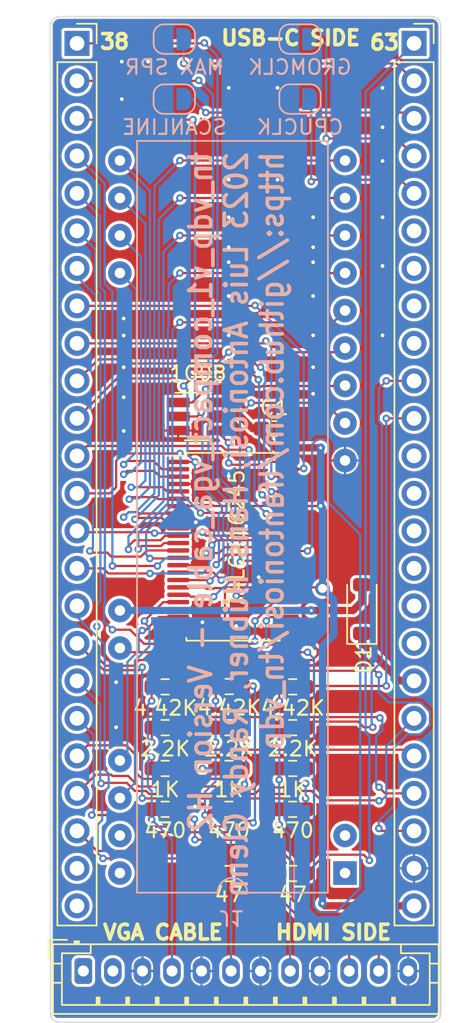
<source format=kicad_pcb>
(kicad_pcb (version 20221018) (generator pcbnew)
  (layers (0 "F.Cu" signal) (31 "B.Cu" signal) (34 "B.Paste" user) (35 "F.Paste" user) (36 "B.SilkS" user "B.Silkscreen") (37 "F.SilkS" user "F.Silkscreen") (38 "B.Mask" user) (39 "F.Mask" user) (44 "Edge.Cuts" user))
  (net 0 "")
  (net 1 "GND")
  (net 2 "VS_3V3")
  (net 3 "USR1_1V8")
  (net 4 "USR2_1V8")
  (net 5 "USR3_1V8")
  (net 6 "USR4_1V8")
  (net 7 "R2_3V3")
  (net 8 "R3_3V3")
  (net 9 "B0_3V3")
  (net 10 "B1_3V3")
  (net 11 "B2_3V3")
  (net 12 "B3_3V3")
  (net 17 "MODE_3V3")
  (net 18 "~{CSW_3V3}")
  (net 19 "~{CSR_3V3}")
  (net 20 "~{INT_3V3}")
  (net 21 "CPUCLK_3V3")
  (net 22 "GROMCLK_3V3")
  (net 23 "~{RESET_3V3}")
  (net 24 "CD0_3V3")
  (net 25 "CD1_3V3")
  (net 26 "CD2_3V3")
  (net 27 "CD3_3V3")
  (net 28 "CD4_3V3")
  (net 29 "CD5_3V3")
  (net 30 "CD6_3V3")
  (net 31 "CD7_3V3")
  (net 32 "HS_3V3")
  (net 33 "R0_3V3")
  (net 34 "R1_3V3")
  (net 35 "G0_3V3")
  (net 36 "G1_3V3")
  (net 37 "G2_3V3")
  (net 38 "G3_3V3")
  (net 41 "MODE")
  (net 42 "~{CSW}")
  (net 43 "~{CSR}")
  (net 44 "~{INT}")
  (net 45 "CD7")
  (net 46 "CD6")
  (net 47 "CD5")
  (net 48 "CD4")
  (net 49 "CD3")
  (net 50 "CD2")
  (net 51 "CD1")
  (net 52 "CD0")
  (net 53 "~{RESET}")
  (net 54 "GROMCLK")
  (net 55 "CPUCLK")
  (net 64 "~{OE1}")
  (net 65 "+3.3V")
  (net 66 "+5V")
  (net 67 "RED")
  (net 68 "GREEN")
  (net 69 "BLUE")
  (net 70 "HSYNC")
  (net 71 "VSYNC")
  (net 72 "Net-(D1-K)")
  (footprint "Resistor_SMD:R_0603_1608Metric_Pad0.98x0.95mm_HandSolder" (layer "F.Cu") (at 110.5055 109.22)
    (fp_text reference "R11")
    (fp_text value "1K")
  )
  (footprint "Connector_PinSocket_2.54mm:PinSocket_1x24_P2.54mm_Vertical" (layer "F.Cu") (at 104.5383 60.1064)
    (fp_text reference "J3" hide)
    (fp_text value "Tang Nano 9k")
  )
  (footprint "Resistor_SMD:R_0603_1608Metric_Pad0.98x0.95mm_HandSolder" (layer "F.Cu") (at 119.1415 103.692)
    (fp_text reference "R1")
    (fp_text value "4.42K")
  )
  (footprint "Resistor_SMD:R_0603_1608Metric_Pad0.98x0.95mm_HandSolder" (layer "F.Cu") (at 110.503448 103.691891)
    (fp_text reference "R9")
    (fp_text value "4.42K")
  )
  (footprint "Connector_JST:JST_PH_B12B-PH-K_1x12_P2.00mm_Vertical" (layer "F.Cu") (at 104.966 122.936)
    (fp_text reference "J2" hide)
    (fp_text value "Conn_01x12" hide)
  )
  (footprint "Package_TO_SOT_SMD:SOT-23-5_HandSoldering" (layer "F.Cu") (at 112.735 85.38)
    (fp_text reference "U1")
    (fp_text value "1G08")
  )
  (footprint "Resistor_SMD:R_0603_1608Metric_Pad0.98x0.95mm_HandSolder" (layer "F.Cu") (at 114.8235 109.22)
    (fp_text reference "R7")
    (fp_text value "1K")
  )
  (footprint "Resistor_SMD:R_0603_1608Metric_Pad0.98x0.95mm_HandSolder" (layer "F.Cu") (at 119.1415 109.22)
    (fp_text reference "R3")
    (fp_text value "1K")
  )
  (footprint "Diode_SMD:D_SOD-123" (layer "F.Cu") (at 123.825 98.425 90)
    (fp_text reference "D1")
    (fp_text value "D_Schottky" hide)
  )
  (footprint "Resistor_SMD:R_0603_1608Metric_Pad0.98x0.95mm_HandSolder" (layer "F.Cu") (at 110.503448 106.455891)
    (fp_text reference "R10")
    (fp_text value "2.2K")
  )
  (footprint "Resistor_SMD:R_0603_1608Metric_Pad0.98x0.95mm_HandSolder" (layer "F.Cu") (at 114.8235 111.984)
    (fp_text reference "R8")
    (fp_text value "470")
  )
  (footprint "Resistor_SMD:R_0603_1608Metric_Pad0.98x0.95mm_HandSolder" (layer "F.Cu") (at 119.1415 111.984)
    (fp_text reference "R4")
    (fp_text value "470")
  )
  (footprint "Connector_PinSocket_2.54mm:PinSocket_1x24_P2.54mm_Vertical" (layer "F.Cu") (at 127.3552 60.1064)
    (fp_text reference "J4" hide)
    (fp_text value "TN9k/2")
  )
  (footprint "Resistor_SMD:R_0603_1608Metric_Pad0.98x0.95mm_HandSolder" (layer "F.Cu") (at 110.5055 111.984)
    (fp_text reference "R12")
    (fp_text value "470")
  )
  (footprint "Resistor_SMD:R_0603_1608Metric_Pad0.98x0.95mm_HandSolder" (layer "F.Cu") (at 119.1415 106.456)
    (fp_text reference "R2")
    (fp_text value "2.2K")
  )
  (footprint "f18a_footprints:TMS99xxA_Replacement" (layer "F.Cu") (at 115.018 92.68 180)
    (fp_text reference "J1")
    (fp_text value "~")
  )
  (footprint "Resistor_SMD:R_0603_1608Metric_Pad0.98x0.95mm_HandSolder" (layer "F.Cu") (at 114.84436 103.671238)
    (fp_text reference "R5")
    (fp_text value "4.42K")
  )
  (footprint "Package_SO:TSSOP-48_6.1x12.5mm_P0.5mm" (layer "F.Cu") (at 115.101 94.204)
    (fp_text reference "U4")
    (fp_text value "74LCX16245")
  )
  (footprint "Resistor_SMD:R_0603_1608Metric_Pad0.98x0.95mm_HandSolder" (layer "F.Cu") (at 119.1415 116.332)
    (fp_text reference "R13")
    (fp_text value "47")
  )
  (footprint "Resistor_SMD:R_0603_1608Metric_Pad0.98x0.95mm_HandSolder" (layer "F.Cu") (at 114.8235 116.338528 180)
    (fp_text reference "R14")
    (fp_text value "47")
  )
  (footprint "Capacitor_SMD:C_0603_1608Metric_Pad1.08x0.95mm_HandSolder" (layer "F.Cu") (at 117.895 86.203)
    (fp_text reference "C1")
    (fp_text value "100nF")
  )
  (footprint "Resistor_SMD:R_0603_1608Metric_Pad0.98x0.95mm_HandSolder" (layer "F.Cu") (at 114.8235 106.456)
    (fp_text reference "R6")
    (fp_text value "2.2K")
  )
  (footprint "Jumper:SolderJumper-2_P1.3mm_Open_RoundedPad1.0x1.5mm" (layer "B.Cu") (at 119.634 59.817 180)
    (fp_text reference "JP3")
    (fp_text value "GROMCLK")
  )
  (footprint "Jumper:SolderJumper-2_P1.3mm_Open_RoundedPad1.0x1.5mm" (layer "B.Cu") (at 111.125 59.817 180)
    (fp_text reference "JP1")
    (fp_text value "MAX SPR")
  )
  (footprint "Jumper:SolderJumper-2_P1.3mm_Open_RoundedPad1.0x1.5mm" (layer "B.Cu") (at 111.125 63.881 180)
    (fp_text reference "JP2")
    (fp_text value "SCANLINE")
  )
  (footprint "Jumper:SolderJumper-2_P1.3mm_Open_RoundedPad1.0x1.5mm" (layer "B.Cu") (at 119.634 63.881 180)
    (fp_text reference "JP4")
    (fp_text value "CPUCLK")
  )
  (gr_arc (start 129.159 125.788987) (mid 128.973013 126.237999) (end 128.524 126.423987) (stroke (width 0.1)) (layer "Edge.Cuts"))
  (gr_line (start 103.378 126.423987) (end 128.524 126.423987) (stroke (width 0.1)) (layer "Edge.Cuts"))
  (gr_arc (start 103.378 126.423987) (mid 102.928987 126.238) (end 102.743 125.788987) (stroke (width 0.1)) (layer "Edge.Cuts"))
  (gr_line (start 102.743 58.928) (end 102.743 125.788987) (stroke (width 0.1)) (layer "Edge.Cuts"))
  (gr_line (start 129.159 125.788987) (end 129.159 58.928) (stroke (width 0.1)) (layer "Edge.Cuts"))
  (gr_arc (start 128.524 58.293) (mid 128.973013 58.478987) (end 129.159 58.928) (stroke (width 0.1)) (layer "Edge.Cuts"))
  (gr_line (start 128.524 58.293) (end 103.378 58.293) (stroke (width 0.1)) (layer "Edge.Cuts"))
  (gr_arc (start 102.743 58.928) (mid 102.928987 58.478987) (end 103.378 58.293) (stroke (width 0.1)) (layer "Edge.Cuts"))
  (gr_text "tn_vdp_v1_compact_vga_cable - Version H2\n2023 Luis Antoniosi, Hans Hübner, Randy Glenn\nhttps://github.com/lfantoniosi/tn_vdp" (at 118.618 67.31 90) (layer "B.SilkS") (effects (font (size 1.5 1.375) (thickness 0.25) bold) (justify left bottom mirror)))
  (gr_text "USB-C SIDE" (at 114.173 60.325) (layer "F.SilkS") (effects (font (size 1 1) (thickness 0.25) bold) (justify left bottom)))
  (gr_text "HDMI SIDE" (at 117.856 120.904) (layer "F.SilkS") (effects (font (size 1 1) (thickness 0.25) bold) (justify left bottom)))
  (gr_text "VGA CABLE" (at 106.172 120.904) (layer "F.SilkS") (effects (font (size 1 1) (thickness 0.25) bold) (justify left bottom)))
  (gr_text "38" (at 105.9688 60.579) (layer "F.SilkS") (effects (font (size 1 1) (thickness 0.25) bold) (justify left bottom)))
  (gr_text "63" (at 124.2314 60.6298) (layer "F.SilkS") (effects (font (size 1 1) (thickness 0.25) bold) (justify left bottom)))
  (via (at 107.569 61.341) (size 0.512) (drill 0.254) (layers "F.Cu" "B.Cu") (net 1))
  (via (at 125.222 63.119) (size 0.512) (drill 0.254) (layers "F.Cu" "B.Cu") (net 1))
  (via (at 107.696 78.74) (size 0.512) (drill 0.254) (layers "F.Cu" "B.Cu") (net 1))
  (via (at 107.696 82.042) (size 0.512) (drill 0.254) (layers "F.Cu" "B.Cu") (net 1))
  (via (at 114.808 79.883) (size 0.512) (drill 0.254) (layers "F.Cu" "B.Cu") (net 1))
  (via (at 125.222 65.786) (size 0.512) (drill 0.254) (layers "F.Cu" "B.Cu") (net 1))
  (via (at 118.11 69.342) (size 0.512) (drill 0.254) (layers "F.Cu" "B.Cu") (net 1))
  (via (at 114.808 74.93) (size 0.512) (drill 0.254) (layers "F.Cu" "B.Cu") (net 1))
  (via (at 114.808 71.882) (size 0.512) (drill 0.254) (layers "F.Cu" "B.Cu") (net 1))
  (via (at 125.222 68.072) (size 0.512) (drill 0.254) (layers "F.Cu" "B.Cu") (net 1))
  (via (at 118.11 63.119) (size 0.512) (drill 0.254) (layers "F.Cu" "B.Cu") (net 1))
  (via (at 115.316 99.568) (size 0.512) (drill 0.254) (layers "F.Cu" "B.Cu") (net 1))
  (via (at 114.808 73.914) (size 0.512) (drill 0.254) (layers "F.Cu" "B.Cu") (net 1))
  (via (at 114.808 69.342) (size 0.512) (drill 0.254) (layers "F.Cu" "B.Cu") (net 1))
  (via (at 114.808 63.119) (size 0.512) (drill 0.254) (layers "F.Cu" "B.Cu") (net 1))
  (via (at 120.523 82.042) (size 0.512) (drill 0.254) (layers "F.Cu" "B.Cu") (net 1))
  (via (at 107.188 106.426) (size 0.512) (drill 0.254) (layers "F.Cu" "B.Cu") (net 1))
  (via (at 107.696 79.8947) (size 0.512) (drill 0.254) (layers "F.Cu" "B.Cu") (net 1))
  (via (at 120.523 73.914) (size 0.512) (drill 0.254) (layers "F.Cu" "B.Cu") (net 1))
  (via (at 107.696 84.074) (size 0.512) (drill 0.254) (layers "F.Cu" "B.Cu") (net 1))
  (via (at 120.523 83.8437) (size 0.512) (drill 0.254) (layers "F.Cu" "B.Cu") (net 1))
  (via (at 107.696 86.36) (size 0.512) (drill 0.254) (layers "F.Cu" "B.Cu") (net 1))
  (via (at 114.808 77.216) (size 0.512) (drill 0.254) (layers "F.Cu" "B.Cu") (net 1))
  (via (at 125.222 79.883) (size 0.512) (drill 0.254) (layers "F.Cu" "B.Cu") (net 1))
  (via (at 114.808 89.408) (size 0.512) (drill 0.254) (layers "F.Cu" "B.Cu") (net 1))
  (via (at 107.188 103.378) (size 0.512) (drill 0.254) (layers "F.Cu" "B.Cu") (net 1))
  (via (at 115.99103 92.805612) (size 0.512) (drill 0.254) (layers "F.Cu" "B.Cu") (net 1))
  (via (at 125.222 75.184) (size 0.512) (drill 0.254) (layers "F.Cu" "B.Cu") (net 1))
  (via (at 112.522 111.7837) (size 0.512) (drill 0.254) (layers "F.Cu" "B.Cu") (net 1))
  (via (at 113.03 99.314) (size 0.512) (drill 0.254) (layers "F.Cu" "B.Cu") (net 1))
  (via (at 120.523 74.93) (size 0.512) (drill 0.254) (layers "F.Cu" "B.Cu") (net 1))
  (via (at 120.523 79.883) (size 0.512) (drill 0.254) (layers "F.Cu" "B.Cu") (net 1))
  (via (at 112.581333 92.542324) (size 0.512) (drill 0.254) (layers "F.Cu" "B.Cu") (net 1))
  (via (at 120.523 77.216) (size 0.512) (drill 0.254) (layers "F.Cu" "B.Cu") (net 1))
  (via (at 107.569 63.881) (size 0.512) (drill 0.254) (layers "F.Cu" "B.Cu") (net 1))
  (via (at 125.222 71.882) (size 0.512) (drill 0.254) (layers "F.Cu" "B.Cu") (net 1))
  (via (at 109.347 61.341) (size 0.512) (drill 0.254) (layers "F.Cu" "B.Cu") (net 1))
  (via (at 120.523 71.882) (size 0.512) (drill 0.254) (layers "F.Cu" "B.Cu") (net 1))
  (via (at 116.84 96.266) (size 0.512) (drill 0.254) (layers "F.Cu" "B.Cu") (net 1))
  (segment (start 112.888472 115.316) (end 107.910661 115.316) (width 0.1524) (layer "F.Cu") (net 2))
  (segment (start 113.911 116.338528) (end 112.888472 115.316) (width 0.1524) (layer "F.Cu") (net 2))
  (segment (start 106.973339 115.316) (end 106.299 115.316) (width 0.1524) (layer "F.Cu") (net 2))
  (segment (start 107.910661 115.316) (end 107.707461 115.1128) (width 0.1524) (layer "F.Cu") (net 2))
  (segment (start 107.707461 115.1128) (end 107.176539 115.1128) (width 0.1524) (layer "F.Cu") (net 2))
  (segment (start 107.176539 115.1128) (end 106.973339 115.316) (width 0.1524) (layer "F.Cu") (net 2))
  (via (at 106.299 115.316) (size 0.512) (drill 0.254) (layers "F.Cu" "B.Cu") (net 2))
  (segment (start 106.299 115.316) (end 105.9325 114.9495) (width 0.1524) (layer "B.Cu") (net 2))
  (segment (start 106.245728 112.716772) (end 106.245728 110.924272) (width 0.1524) (layer "B.Cu") (net 2))
  (segment (start 106.245728 110.924272) (end 106.68 110.49) (width 0.1524) (layer "B.Cu") (net 2))
  (segment (start 105.9325 113.03) (end 106.245728 112.716772) (width 0.1524) (layer "B.Cu") (net 2))
  (segment (start 106.68 110.49) (end 106.68 109.571136) (width 0.1524) (layer "B.Cu") (net 2))
  (segment (start 106.4134 109.304536) (end 106.4134 100.8254) (width 0.1524) (layer "B.Cu") (net 2))
  (segment (start 106.4134 100.8254) (end 104.5383 98.9503) (width 0.1524) (layer "B.Cu") (net 2))
  (segment (start 105.9325 114.9495) (end 105.9325 113.03) (width 0.1524) (layer "B.Cu") (net 2))
  (segment (start 106.68 109.571136) (end 106.4134 109.304536) (width 0.1524) (layer "B.Cu") (net 2))
  (segment (start 104.5383 98.9503) (end 104.5383 98.2064) (width 0.1524) (layer "B.Cu") (net 2))
  (segment (start 127.3552 62.6464) (end 126.1768 61.468) (width 0.1524) (layer "F.Cu") (net 3))
  (segment (start 126.1768 61.468) (end 111.76 61.468) (width 0.1524) (layer "F.Cu") (net 3))
  (via (at 111.76 61.468) (size 0.512) (drill 0.254) (layers "F.Cu" "B.Cu") (net 3))
  (segment (start 111.76 61.468) (end 111.76 59.832) (width 0.1524) (layer "B.Cu") (net 3))
  (segment (start 111.76 59.832) (end 111.775 59.817) (width 0.1524) (layer "B.Cu") (net 3))
  (segment (start 126.9602 64.7914) (end 127.3552 65.1864) (width 0.1524) (layer "F.Cu") (net 4))
  (segment (start 113.2571 64.7914) (end 126.9602 64.7914) (width 0.1524) (layer "F.Cu") (net 4))
  (via (at 113.2571 64.7914) (size 0.512) (drill 0.254) (layers "F.Cu" "B.Cu") (net 4))
  (segment (start 113.2571 64.7914) (end 112.3467 63.881) (width 0.1524) (layer "B.Cu") (net 4))
  (segment (start 112.3467 63.881) (end 111.775 63.881) (width 0.1524) (layer "B.Cu") (net 4))
  (segment (start 126.1768 66.548) (end 121.412 66.548) (width 0.1524) (layer "F.Cu") (net 5))
  (segment (start 127.3552 67.7264) (end 126.1768 66.548) (width 0.1524) (layer "F.Cu") (net 5))
  (via (at 121.412 66.548) (size 0.512) (drill 0.254) (layers "F.Cu" "B.Cu") (net 5))
  (segment (start 121.031 59.817) (end 120.284 59.817) (width 0.1524) (layer "B.Cu") (net 5))
  (segment (start 121.412 66.548) (end 121.412 60.198) (width 0.1524) (layer "B.Cu") (net 5))
  (segment (start 121.412 60.198) (end 121.031 59.817) (width 0.1524) (layer "B.Cu") (net 5))
  (segment (start 126.4308 69.342) (end 120.523 69.342) (width 0.1524) (layer "F.Cu") (net 6))
  (segment (start 120.523 69.342) (end 120.396 69.469) (width 0.1524) (layer "F.Cu") (net 6))
  (segment (start 127.3552 70.2664) (end 126.4308 69.342) (width 0.1524) (layer "F.Cu") (net 6))
  (via (at 120.396 69.469) (size 0.512) (drill 0.254) (layers "F.Cu" "B.Cu") (net 6))
  (segment (start 120.396 63.993) (end 120.284 63.881) (width 0.1524) (layer "B.Cu") (net 6))
  (segment (start 120.396 69.469) (end 120.396 63.993) (width 0.1524) (layer "B.Cu") (net 6))
  (segment (start 108.458 110.744) (end 109.22 110.744) (width 0.1524) (layer "F.Cu") (net 7))
  (segment (start 106.2146 110.1934) (end 107.9074 110.1934) (width 0.1524) (layer "F.Cu") (net 7))
  (segment (start 116.586 110.9472) (end 117.0287 110.5045) (width 0.1524) (layer "F.Cu") (net 7))
  (segment (start 106.172 110.236) (end 106.2146 110.1934) (width 0.1524) (layer "F.Cu") (net 7))
  (segment (start 117.0287 110.5045) (end 118.7695 110.5045) (width 0.1524) (layer "F.Cu") (net 7))
  (segment (start 107.9074 110.1934) (end 108.458 110.744) (width 0.1524) (layer "F.Cu") (net 7))
  (segment (start 109.22 110.744) (end 109.4232 110.9472) (width 0.1524) (layer "F.Cu") (net 7))
  (segment (start 118.7695 110.5045) (end 120.054 109.22) (width 0.1524) (layer "F.Cu") (net 7))
  (segment (start 109.4232 110.9472) (end 116.586 110.9472) (width 0.1524) (layer "F.Cu") (net 7))
  (via (at 106.172 110.236) (size 0.512) (drill 0.254) (layers "F.Cu" "B.Cu") (net 7))
  (segment (start 106.1086 104.8567) (end 104.5383 103.2864) (width 0.1524) (layer "B.Cu") (net 7))
  (segment (start 106.172 110.236) (end 106.1086 110.1726) (width 0.1524) (layer "B.Cu") (net 7))
  (segment (start 106.1086 110.1726) (end 106.1086 104.8567) (width 0.1524) (layer "B.Cu") (net 7))
  (segment (start 119.469052 110.236) (end 120.015 110.236) (width 0.1524) (layer "F.Cu") (net 8))
  (segment (start 116.916948 111.252) (end 117.221748 110.9472) (width 0.1524) (layer "F.Cu") (net 8))
  (segment (start 120.054 111.291) (end 120.054 111.984) (width 0.1524) (layer "F.Cu") (net 8))
  (segment (start 108.951703 102.362) (end 108.748503 102.5652) (width 0.1524) (layer "F.Cu") (net 8))
  (segment (start 117.221748 110.9472) (end 118.757852 110.9472) (width 0.1524) (layer "F.Cu") (net 8))
  (segment (start 108.748503 102.5652) (end 106.3571 102.5652) (width 0.1524) (layer "F.Cu") (net 8))
  (segment (start 108.970456 111.252) (end 116.916948 111.252) (width 0.1524) (layer "F.Cu") (net 8))
  (segment (start 108.951703 111.233247) (end 108.970456 111.252) (width 0.1524) (layer "F.Cu") (net 8))
  (segment (start 120.015 111.252) (end 120.054 111.291) (width 0.1524) (layer "F.Cu") (net 8))
  (segment (start 106.3571 102.5652) (end 104.5383 100.7464) (width 0.1524) (layer "F.Cu") (net 8))
  (segment (start 118.757852 110.9472) (end 119.469052 110.236) (width 0.1524) (layer "F.Cu") (net 8))
  (via (at 108.951703 102.362) (size 0.512) (drill 0.254) (layers "F.Cu" "B.Cu") (net 8))
  (via (at 108.951703 111.233247) (size 0.512) (drill 0.254) (layers "F.Cu" "B.Cu") (net 8))
  (via (at 120.015 111.252) (size 0.512) (drill 0.254) (layers "F.Cu" "B.Cu") (net 8))
  (via (at 120.015 110.236) (size 0.512) (drill 0.254) (layers "F.Cu" "B.Cu") (net 8))
  (segment (start 108.951703 102.362) (end 108.951703 111.233247) (width 0.1524) (layer "B.Cu") (net 8))
  (segment (start 120.015 110.236) (end 120.015 111.252) (width 0.1524) (layer "B.Cu") (net 8))
  (segment (start 124.7 102.602) (end 112.505839 102.602) (width 0.1524) (layer "F.Cu") (net 9))
  (segment (start 124.968 102.87) (end 124.7 102.602) (width 0.1524) (layer "F.Cu") (net 9))
  (segment (start 125.1304 113.4464) (end 127.3552 113.4464) (width 0.1524) (layer "F.Cu") (net 9))
  (segment (start 112.505839 102.602) (end 111.415948 103.691891) (width 0.1524) (layer "F.Cu") (net 9))
  (segment (start 124.968 113.284) (end 125.1304 113.4464) (width 0.1524) (layer "F.Cu") (net 9))
  (via (at 124.968 102.87) (size 0.512) (drill 0.254) (layers "F.Cu" "B.Cu") (net 9))
  (via (at 124.968 113.284) (size 0.512) (drill 0.254) (layers "F.Cu" "B.Cu") (net 9))
  (segment (start 125.984 111.76) (end 125.984 107.829429) (width 0.1524) (layer "B.Cu") (net 9))
  (segment (start 127.801971 104.7478) (end 125.644771 104.7478) (width 0.1524) (layer "B.Cu") (net 9))
  (segment (start 124.968 112.776) (end 125.984 111.76) (width 0.1524) (layer "B.Cu") (net 9))
  (segment (start 124.968 104.071029) (end 124.968 102.87) (width 0.1524) (layer "B.Cu") (net 9))
  (segment (start 127.801971 106.905) (end 128.4338 106.273171) (width 0.1524) (layer "B.Cu") (net 9))
  (segment (start 126.908429 106.905) (end 127.801971 106.905) (width 0.1524) (layer "B.Cu") (net 9))
  (segment (start 124.968 113.284) (end 124.968 112.776) (width 0.1524) (layer "B.Cu") (net 9))
  (segment (start 128.4338 106.273171) (end 128.4338 105.379629) (width 0.1524) (layer "B.Cu") (net 9))
  (segment (start 125.644771 104.7478) (end 124.968 104.071029) (width 0.1524) (layer "B.Cu") (net 9))
  (segment (start 125.984 107.829429) (end 126.908429 106.905) (width 0.1524) (layer "B.Cu") (net 9))
  (segment (start 128.4338 105.379629) (end 127.801971 104.7478) (width 0.1524) (layer "B.Cu") (net 9))
  (segment (start 112.131639 105.7402) (end 111.415948 106.455891) (width 0.1524) (layer "F.Cu") (net 10))
  (segment (start 125.3984 110.9064) (end 127.3552 110.9064) (width 0.1524) (layer "F.Cu") (net 10))
  (segment (start 124.982 110.49) (end 125.3984 110.9064) (width 0.1524) (layer "F.Cu") (net 10))
  (segment (start 124.991137 105.7402) (end 112.131639 105.7402) (width 0.1524) (layer "F.Cu") (net 10))
  (segment (start 125.041937 105.791) (end 124.991137 105.7402) (width 0.1524) (layer "F.Cu") (net 10))
  (via (at 125.041937 105.791) (size 0.512) (drill 0.254) (layers "F.Cu" "B.Cu") (net 10))
  (via (at 124.982 110.49) (size 0.512) (drill 0.254) (layers "F.Cu" "B.Cu") (net 10))
  (segment (start 124.982 110.49) (end 124.7902 110.2982) (width 0.1524) (layer "B.Cu") (net 10))
  (segment (start 124.7902 110.2982) (end 124.7902 107.061748) (width 0.1524) (layer "B.Cu") (net 10))
  (segment (start 125.2085 105.957563) (end 125.041937 105.791) (width 0.1524) (layer "B.Cu") (net 10))
  (segment (start 125.2085 106.643448) (end 125.2085 105.957563) (width 0.1524) (layer "B.Cu") (net 10))
  (segment (start 124.7902 107.061748) (end 125.2085 106.643448) (width 0.1524) (layer "B.Cu") (net 10))
  (segment (start 126.9388 107.95) (end 127.3552 108.3664) (width 0.1524) (layer "F.Cu") (net 11))
  (segment (start 111.418 109.22) (end 112.688 107.95) (width 0.1524) (layer "F.Cu") (net 11))
  (segment (start 112.688 107.95) (end 126.9388 107.95) (width 0.1524) (layer "F.Cu") (net 11))
  (segment (start 117.094 111.506) (end 117.094 113.538) (width 0.1524) (layer "F.Cu") (net 12))
  (segment (start 112.488805 112.654781) (end 112.088781 112.654781) (width 0.1524) (layer "F.Cu") (net 12))
  (segment (start 119.608836 110.744) (end 119.113418 111.239418) (width 0.1524) (layer "F.Cu") (net 12))
  (segment (start 120.421164 110.744) (end 119.608836 110.744) (width 0.1524) (layer "F.Cu") (net 12))
  (segment (start 117.094 113.538) (end 116.586 114.046) (width 0.1524) (layer "F.Cu") (net 12))
  (segment (start 124.982 111.407503) (end 124.953497 111.379) (width 0.1524) (layer "F.Cu") (net 12))
  (segment (start 116.586 114.046) (end 112.522 114.046) (width 0.1524) (layer "F.Cu") (net 12))
  (segment (start 124.953497 111.379) (end 121.056164 111.379) (width 0.1524) (layer "F.Cu") (net 12))
  (segment (start 119.100836 111.252) (end 117.348 111.252) (width 0.1524) (layer "F.Cu") (net 12))
  (segment (start 112.088781 112.654781) (end 111.418 111.984) (width 0.1524) (layer "F.Cu") (net 12))
  (segment (start 119.113418 111.239418) (end 119.100836 111.252) (width 0.1524) (layer "F.Cu") (net 12))
  (segment (start 117.348 111.252) (end 117.094 111.506) (width 0.1524) (layer "F.Cu") (net 12))
  (segment (start 121.056164 111.379) (end 120.421164 110.744) (width 0.1524) (layer "F.Cu") (net 12))
  (via (at 124.982 111.407503) (size 0.512) (drill 0.254) (layers "F.Cu" "B.Cu") (net 12))
  (via (at 112.488805 112.654781) (size 0.512) (drill 0.254) (layers "F.Cu" "B.Cu") (net 12))
  (via (at 112.522 114.046) (size 0.512) (drill 0.254) (layers "F.Cu" "B.Cu") (net 12))
  (segment (start 124.982 111.407503) (end 125.130825 111.407503) (width 0.1524) (layer "B.Cu") (net 12))
  (segment (start 112.522 112.687976) (end 112.488805 112.654781) (width 0.1524) (layer "B.Cu") (net 12))
  (segment (start 112.522 114.046) (end 112.522 112.687976) (width 0.1524) (layer "B.Cu") (net 12))
  (segment (start 125.476 111.062328) (end 125.476 107.7056) (width 0.1524) (layer "B.Cu") (net 12))
  (segment (start 125.130825 111.407503) (end 125.476 111.062328) (width 0.1524) (layer "B.Cu") (net 12))
  (segment (start 125.476 107.7056) (end 127.3552 105.8264) (width 0.1524) (layer "B.Cu") (net 12))
  (segment (start 113.794363 97.583237) (end 112.233948 97.583237) (width 0.1524) (layer "F.Cu") (net 17))
  (segment (start 112.233948 97.583237) (end 112.104711 97.454) (width 0.1524) (layer "F.Cu") (net 17))
  (segment (start 104.5383 60.1064) (end 113.1216 60.1064) (width 0.1524) (layer "F.Cu") (net 17))
  (segment (start 113.1216 60.1064) (end 113.157 60.071) (width 0.1524) (layer "F.Cu") (net 17))
  (segment (start 112.104711 97.454) (end 111.3885 97.454) (width 0.1524) (layer "F.Cu") (net 17))
  (via (at 113.157 60.071) (size 0.512) (drill 0.254) (layers "F.Cu" "B.Cu") (net 17))
  (via (at 113.794363 97.583237) (size 0.512) (drill 0.254) (layers "F.Cu" "B.Cu") (net 17))
  (segment (start 115.062 93.490624) (end 114.7332 93.161824) (width 0.1524) (layer "B.Cu") (net 17))
  (segment (start 114.046 60.96) (end 113.157 60.071) (width 0.1524) (layer "B.Cu") (net 17))
  (segment (start 113.7412 81.406528) (end 114.046 81.101728) (width 0.1524) (layer "B.Cu") (net 17))
  (segment (start 114.7332 92.258176) (end 114.9604 92.030976) (width 0.1524) (layer "B.Cu") (net 17))
  (segment (start 113.794363 97.583237) (end 114.4247 96.9529) (width 0.1524) (layer "B.Cu") (net 17))
  (segment (start 114.4247 96.9529) (end 114.500728 96.9529) (width 0.1524) (layer "B.Cu") (net 17))
  (segment (start 114.9604 90.8304) (end 113.7412 89.6112) (width 0.1524) (layer "B.Cu") (net 17))
  (segment (start 115.062 96.391628) (end 115.062 93.490624) (width 0.1524) (layer "B.Cu") (net 17))
  (segment (start 113.7412 89.6112) (end 113.7412 81.406528) (width 0.1524) (layer "B.Cu") (net 17))
  (segment (start 114.500728 96.9529) (end 115.062 96.391628) (width 0.1524) (layer "B.Cu") (net 17))
  (segment (start 114.046 81.101728) (end 114.046 60.96) (width 0.1524) (layer "B.Cu") (net 17))
  (segment (start 114.9604 92.030976) (end 114.9604 90.8304) (width 0.1524) (layer "B.Cu") (net 17))
  (segment (start 114.7332 93.161824) (end 114.7332 92.258176) (width 0.1524) (layer "B.Cu") (net 17))
  (segment (start 113.7857 95.954) (end 111.3885 95.954) (width 0.1524) (layer "F.Cu") (net 18))
  (segment (start 113.242172 83.524172) (end 112.336344 84.43) (width 0.1524) (layer "F.Cu") (net 18))
  (segment (start 112.7406 62.6464) (end 112.776 62.611) (width 0.1524) (layer "F.Cu") (net 18))
  (segment (start 104.5383 62.6464) (end 112.7406 62.6464) (width 0.1524) (layer "F.Cu") (net 18))
  (segment (start 114.3 96.4683) (end 113.7857 95.954) (width 0.1524) (layer "F.Cu") (net 18))
  (segment (start 112.336344 84.43) (end 111.385 84.43) (width 0.1524) (layer "F.Cu") (net 18))
  (via (at 113.242172 83.524172) (size 0.512) (drill 0.254) (layers "F.Cu" "B.Cu") (net 18))
  (via (at 114.3 96.4683) (size 0.512) (drill 0.254) (layers "F.Cu" "B.Cu") (net 18))
  (via (at 112.776 62.611) (size 0.512) (drill 0.254) (layers "F.Cu" "B.Cu") (net 18))
  (segment (start 114.4284 93.288076) (end 114.4284 92.131924) (width 0.1524) (layer "B.Cu") (net 18))
  (segment (start 113.4364 81.280276) (end 113.7412 80.975476) (width 0.1524) (layer "B.Cu") (net 18))
  (segment (start 114.4284 92.131924) (end 114.6556 91.904724) (width 0.1524) (layer "B.Cu") (net 18))
  (segment (start 114.6556 91.904724) (end 114.6556 91.012745) (width 0.1524) (layer "B.Cu") (net 18))
  (segment (start 113.242172 83.524172) (end 113.4364 83.329944) (width 0.1524) (layer "B.Cu") (net 18))
  (segment (start 114.6556 91.012745) (end 113.4364 89.793545) (width 0.1524) (layer "B.Cu") (net 18))
  (segment (start 113.7412 80.975476) (end 113.7412 63.5762) (width 0.1524) (layer "B.Cu") (net 18))
  (segment (start 114.3 96.4683) (end 114.7572 96.0111) (width 0.1524) (layer "B.Cu") (net 18))
  (segment (start 113.4364 83.7184) (end 113.242172 83.524172) (width 0.1524) (layer "B.Cu") (net 18))
  (segment (start 113.7412 63.5762) (end 112.776 62.611) (width 0.1524) (layer "B.Cu") (net 18))
  (segment (start 113.4364 89.793545) (end 113.4364 83.7184) (width 0.1524) (layer "B.Cu") (net 18))
  (segment (start 113.4364 83.329944) (end 113.4364 81.280276) (width 0.1524) (layer "B.Cu") (net 18))
  (segment (start 114.7572 93.616876) (end 114.4284 93.288076) (width 0.1524) (layer "B.Cu") (net 18))
  (segment (start 114.7572 96.0111) (end 114.7572 93.616876) (width 0.1524) (layer "B.Cu") (net 18))
  (segment (start 113.476805 96.458805) (end 111.393305 96.458805) (width 0.1524) (layer "F.Cu") (net 19))
  (segment (start 104.6299 65.278) (end 112.395 65.278) (width 0.1524) (layer "F.Cu") (net 19))
  (segment (start 104.5383 65.1864) (end 104.6299 65.278) (width 0.1524) (layer "F.Cu") (net 19))
  (segment (start 112.67937 85.38) (end 111.385 85.38) (width 0.1524) (layer "F.Cu") (net 19))
  (segment (start 113.538 96.52) (end 113.476805 96.458805) (width 0.1524) (layer "F.Cu") (net 19))
  (segment (start 111.393305 96.458805) (end 111.3885 96.454) (width 0.1524) (layer "F.Cu") (net 19))
  (segment (start 112.9523 85.10707) (end 112.67937 85.38) (width 0.1524) (layer "F.Cu") (net 19))
  (via (at 112.9523 85.10707) (size 0.512) (drill 0.254) (layers "F.Cu" "B.Cu") (net 19))
  (via (at 112.395 65.278) (size 0.512) (drill 0.254) (layers "F.Cu" "B.Cu") (net 19))
  (via (at 113.538 96.52) (size 0.512) (drill 0.254) (layers "F.Cu" "B.Cu") (net 19))
  (segment (start 114.4524 95.6056) (end 113.538 96.52) (width 0.1524) (layer "B.Cu") (net 19))
  (segment (start 112.522 65.405) (end 112.522 84.67677) (width 0.1524) (layer "B.Cu") (net 19))
  (segment (start 112.395 65.278) (end 112.522 65.405) (width 0.1524) (layer "B.Cu") (net 19))
  (segment (start 112.9523 85.10707) (end 113.03 85.18477) (width 0.1524) (layer "B.Cu") (net 19))
  (segment (start 114.1236 93.414328) (end 114.4524 93.743128) (width 0.1524) (layer "B.Cu") (net 19))
  (segment (start 113.03 90.119948) (end 114.3508 91.440748) (width 0.1524) (layer "B.Cu") (net 19))
  (segment (start 114.1236 92.005672) (end 114.1236 93.414328) (width 0.1524) (layer "B.Cu") (net 19))
  (segment (start 114.3508 91.778472) (end 114.1236 92.005672) (width 0.1524) (layer "B.Cu") (net 19))
  (segment (start 114.3508 91.440748) (end 114.3508 91.778472) (width 0.1524) (layer "B.Cu") (net 19))
  (segment (start 114.4524 93.743128) (end 114.4524 95.6056) (width 0.1524) (layer "B.Cu") (net 19))
  (segment (start 112.522 84.67677) (end 112.9523 85.10707) (width 0.1524) (layer "B.Cu") (net 19))
  (segment (start 113.03 85.18477) (end 113.03 90.119948) (width 0.1524) (layer "B.Cu") (net 19))
  (segment (start 114.554 94.234) (end 117.377289 94.234) (width 0.1524) (layer "F.Cu") (net 20))
  (segment (start 106.934 95.504) (end 109.982 95.504) (width 0.1524) (layer "F.Cu") (net 20))
  (segment (start 114.153792 94.634208) (end 114.554 94.234) (width 0.1524) (layer "F.Cu") (net 20))
  (segment (start 113.282841 94.634208) (end 114.153792 94.634208) (width 0.1524) (layer "F.Cu") (net 20))
  (segment (start 117.377289 94.234) (end 118.097289 94.954) (width 0.1524) (layer "F.Cu") (net 20))
  (segment (start 118.097289 94.954) (end 118.8135 94.954) (width 0.1524) (layer "F.Cu") (net 20))
  (via (at 113.282841 94.634208) (size 0.512) (drill 0.254) (layers "F.Cu" "B.Cu") (net 20))
  (via (at 106.934 95.504) (size 0.512) (drill 0.254) (layers "F.Cu" "B.Cu") (net 20))
  (via (at 109.982 95.504) (size 0.512) (drill 0.254) (layers "F.Cu" "B.Cu") (net 20))
  (segment (start 106.934 76.91233) (end 106.4134 76.39173) (width 0.1524) (layer "B.Cu") (net 20))
  (segment (start 106.4134 76.39173) (end 106.4134 69.6015) (width 0.1524) (layer "B.Cu") (net 20))
  (segment (start 112.921049 94.996) (end 110.49 94.996) (width 0.1524) (layer "B.Cu") (net 20))
  (segment (start 106.934 95.504) (end 106.934 76.91233) (width 0.1524) (layer "B.Cu") (net 20))
  (segment (start 110.49 94.996) (end 109.982 95.504) (width 0.1524) (layer "B.Cu") (net 20))
  (segment (start 113.282841 94.634208) (end 112.921049 94.996) (width 0.1524) (layer "B.Cu") (net 20))
  (segment (start 106.4134 69.6015) (end 104.5383 67.7264) (width 0.1524) (layer "B.Cu") (net 20))
  (segment (start 116.4067 100.7757) (end 116.586 100.5964) (width 0.1524) (layer "F.Cu") (net 21))
  (segment (start 106.934 99.822) (end 108.127052 99.822) (width 0.1524) (layer "F.Cu") (net 21))
  (segment (start 117.8595 97.954) (end 118.8135 97.954) (width 0.1524) (layer "F.Cu") (net 21))
  (segment (start 108.127052 99.822) (end 109.080752 100.7757) (width 0.1524) (layer "F.Cu") (net 21))
  (segment (start 116.586 99.2275) (end 117.8595 97.954) (width 0.1524) (layer "F.Cu") (net 21))
  (segment (start 109.080752 100.7757) (end 116.4067 100.7757) (width 0.1524) (layer "F.Cu") (net 21))
  (via (at 106.934 99.822) (size 0.512) (drill 0.254) (layers "F.Cu" "B.Cu") (net 21))
  (via (at 116.586 100.5964) (size 0.512) (drill 0.254) (layers "F.Cu" "B.Cu") (net 21))
  (via (at 116.586 99.2275) (size 0.512) (drill 0.254) (layers "F.Cu" "B.Cu") (net 21))
  (segment (start 106.426 98.016023) (end 106.426 76.9346) (width 0.1524) (layer "B.Cu") (net 21))
  (segment (start 106.426 76.9346) (end 106.089887 76.598487) (width 0.1524) (layer "B.Cu") (net 21))
  (segment (start 106.3658 99.2538) (end 106.3658 98.076223) (width 0.1524) (layer "B.Cu") (net 21))
  (segment (start 106.934 99.822) (end 106.3658 99.2538) (width 0.1524) (layer "B.Cu") (net 21))
  (segment (start 106.089887 76.598487) (end 106.089887 71.817987) (width 0.1524) (layer "B.Cu") (net 21))
  (segment (start 106.3658 98.076223) (end 106.426 98.016023) (width 0.1524) (layer "B.Cu") (net 21))
  (segment (start 106.089887 71.817987) (end 104.5383 70.2664) (width 0.1524) (layer "B.Cu") (net 21))
  (segment (start 116.586 100.5964) (end 116.586 99.2275) (width 0.1524) (layer "B.Cu") (net 21))
  (segment (start 117.6215 98.954) (end 118.8135 98.954) (width 0.1524) (layer "F.Cu") (net 22))
  (segment (start 105.879311 99.606689) (end 105.879311 101.656359) (width 0.1524) (layer "F.Cu") (net 22))
  (segment (start 117.348 99.2275) (end 117.6215 98.954) (width 0.1524) (layer "F.Cu") (net 22))
  (segment (start 120.477804 101.8774) (end 120.8296 101.525604) (width 0.1524) (layer "F.Cu") (net 22))
  (segment (start 120.8296 101.166396) (end 120.501204 100.838) (width 0.1524) (layer "F.Cu") (net 22))
  (segment (start 106.483352 102.2604) (end 108.367975 102.2604) (width 0.1524) (layer "F.Cu") (net 22))
  (segment (start 105.879311 101.656359) (end 106.483352 102.2604) (width 0.1524) (layer "F.Cu") (net 22))
  (segment (start 108.750975 101.8774) (end 120.477804 101.8774) (width 0.1524) (layer "F.Cu") (net 22))
  (segment (start 120.8296 101.525604) (end 120.8296 101.166396) (width 0.1524) (layer "F.Cu") (net 22))
  (segment (start 120.501204 100.838) (end 117.348 100.838) (width 0.1524) (layer "F.Cu") (net 22))
  (segment (start 108.367975 102.2604) (end 108.750975 101.8774) (width 0.1524) (layer "F.Cu") (net 22))
  (via (at 105.879311 99.606689) (size 0.512) (drill 0.254) (layers "F.Cu" "B.Cu") (net 22))
  (via (at 117.348 99.2275) (size 0.512) (drill 0.254) (layers "F.Cu" "B.Cu") (net 22))
  (via (at 117.348 100.838) (size 0.512) (drill 0.254) (layers "F.Cu" "B.Cu") (net 22))
  (segment (start 105.785087 76.724739) (end 105.785087 74.053187) (width 0.1524) (layer "B.Cu") (net 22))
  (segment (start 105.785087 74.053187) (end 104.5383 72.8064) (width 0.1524) (layer "B.Cu") (net 22))
  (segment (start 117.348 100.838) (end 117.348 99.2275) (width 0.1524) (layer "B.Cu") (net 22))
  (segment (start 106.1212 77.060852) (end 105.785087 76.724739) (width 0.1524) (layer "B.Cu") (net 22))
  (segment (start 105.879311 98.13166) (end 106.1212 97.889771) (width 0.1524) (layer "B.Cu") (net 22))
  (segment (start 106.1212 97.889771) (end 106.1212 77.060852) (width 0.1524) (layer "B.Cu") (net 22))
  (segment (start 105.879311 99.606689) (end 105.879311 98.13166) (width 0.1524) (layer "B.Cu") (net 22))
  (segment (start 111.3885 94.454) (end 109.279661 94.454) (width 0.1524) (layer "F.Cu") (net 23))
  (segment (start 106.858322 94.869) (end 108.864661 94.869) (width 0.1524) (layer "F.Cu") (net 23))
  (segment (start 109.279661 94.454) (end 108.864661 94.869) (width 0.1524) (layer "F.Cu") (net 23))
  (segment (start 105.41 94.488) (end 105.5225 94.6005) (width 0.1524) (layer "F.Cu") (net 23))
  (segment (start 105.5225 94.6005) (end 106.589822 94.6005) (width 0.1524) (layer "F.Cu") (net 23))
  (segment (start 106.589822 94.6005) (end 106.858322 94.869) (width 0.1524) (layer "F.Cu") (net 23))
  (via (at 105.41 94.488) (size 0.512) (drill 0.254) (layers "F.Cu" "B.Cu") (net 23))
  (segment (start 105.6169 91.415971) (end 105.8164 91.216471) (width 0.1524) (layer "B.Cu") (net 23))
  (segment (start 105.6169 94.2811) (end 105.6169 91.415971) (width 0.1524) (layer "B.Cu") (net 23))
  (segment (start 104.5383 75.909004) (end 104.5383 75.3464) (width 0.1524) (layer "B.Cu") (net 23))
  (segment (start 105.41 94.488) (end 105.6169 94.2811) (width 0.1524) (layer "B.Cu") (net 23))
  (segment (start 105.8164 91.216471) (end 105.8164 77.187104) (width 0.1524) (layer "B.Cu") (net 23))
  (segment (start 105.8164 77.187104) (end 104.5383 75.909004) (width 0.1524) (layer "B.Cu") (net 23))
  (segment (start 116.5506 77.8864) (end 116.586 77.851) (width 0.1524) (layer "F.Cu") (net 24))
  (segment (start 104.5383 77.8864) (end 116.5506 77.8864) (width 0.1524) (layer "F.Cu") (net 24))
  (segment (start 119.834 88.954) (end 118.8135 88.954) (width 0.1524) (layer "F.Cu") (net 24))
  (segment (start 119.888 88.9) (end 119.834 88.954) (width 0.1524) (layer "F.Cu") (net 24))
  (via (at 116.586 77.851) (size 0.512) (drill 0.254) (layers "F.Cu" "B.Cu") (net 24))
  (via (at 119.888 88.9) (size 0.512) (drill 0.254) (layers "F.Cu" "B.Cu") (net 24))
  (segment (start 119.888 81.153) (end 116.586 77.851) (width 0.1524) (layer "B.Cu") (net 24))
  (segment (start 119.888 88.9) (end 119.888 81.153) (width 0.1524) (layer "B.Cu") (net 24))
  (segment (start 117.1571 80.4264) (end 104.5383 80.4264) (width 0.1524) (layer "F.Cu") (net 25))
  (segment (start 117.6906 89.436423) (end 118.795923 89.436423) (width 0.1524) (layer "F.Cu") (net 25))
  (segment (start 117.3195 80.264) (end 117.1571 80.4264) (width 0.1524) (layer "F.Cu") (net 25))
  (segment (start 118.795923 89.436423) (end 118.8135 89.454) (width 0.1524) (layer "F.Cu") (net 25))
  (via (at 117.3195 80.264) (size 0.512) (drill 0.254) (layers "F.Cu" "B.Cu") (net 25))
  (via (at 117.6906 89.436423) (size 0.512) (drill 0.254) (layers "F.Cu" "B.Cu") (net 25))
  (segment (start 117.6906 80.6351) (end 117.3195 80.264) (width 0.1524) (layer "B.Cu") (net 25))
  (segment (start 117.6906 89.436423) (end 117.6906 80.6351) (width 0.1524) (layer "B.Cu") (net 25))
  (segment (start 105.9949 81.5098) (end 104.5383 82.9664) (width 0.1524) (layer "F.Cu") (net 26))
  (segment (start 116.586 81.788) (end 108.204 81.788) (width 0.1524) (layer "F.Cu") (net 26))
  (segment (start 117.703252 90.4699) (end 117.719152 90.454) (width 0.1524) (layer "F.Cu") (net 26))
  (segment (start 116.967 82.169) (end 116.586 81.788) (width 0.1524) (layer "F.Cu") (net 26))
  (segment (start 116.967 82.042) (end 116.967 82.169) (width 0.1524) (layer "F.Cu") (net 26))
  (segment (start 108.204 81.788) (end 107.9258 81.5098) (width 0.1524) (layer "F.Cu") (net 26))
  (segment (start 107.9258 81.5098) (end 105.9949 81.5098) (width 0.1524) (layer "F.Cu") (net 26))
  (segment (start 117.719152 90.454) (end 118.8135 90.454) (width 0.1524) (layer "F.Cu") (net 26))
  (via (at 116.967 82.042) (size 0.512) (drill 0.254) (layers "F.Cu" "B.Cu") (net 26))
  (via (at 117.703252 90.4699) (size 0.512) (drill 0.254) (layers "F.Cu" "B.Cu") (net 26))
  (segment (start 117.2065 82.2815) (end 116.967 82.042) (width 0.1524) (layer "B.Cu") (net 26))
  (segment (start 117.2961 82.682387) (end 117.2065 82.592787) (width 0.1524) (layer "B.Cu") (net 26))
  (segment (start 117.2065 89.973148) (end 117.2065 83.173443) (width 0.1524) (layer "B.Cu") (net 26))
  (segment (start 117.2065 82.592787) (end 117.2065 82.2815) (width 0.1524) (layer "B.Cu") (net 26))
  (segment (start 117.2961 83.083843) (end 117.2961 82.682387) (width 0.1524) (layer "B.Cu") (net 26))
  (segment (start 117.2065 83.173443) (end 117.2961 83.083843) (width 0.1524) (layer "B.Cu") (net 26))
  (segment (start 117.703252 90.4699) (end 117.2065 89.973148) (width 0.1524) (layer "B.Cu") (net 26))
  (segment (start 116.478385 82.55) (end 112.090948 82.55) (width 0.1524) (layer "F.Cu") (net 27))
  (segment (start 117.344493 90.954) (end 118.8135 90.954) (width 0.1524) (layer "F.Cu") (net 27))
  (segment (start 112.090948 82.55) (end 111.836948 82.804) (width 0.1524) (layer "F.Cu") (net 27))
  (segment (start 117.074987 90.684494) (end 117.344493 90.954) (width 0.1524) (layer "F.Cu") (net 27))
  (segment (start 107.2407 82.804) (end 104.5383 85.5064) (width 0.1524) (layer "F.Cu") (net 27))
  (segment (start 111.836948 82.804) (end 107.2407 82.804) (width 0.1524) (layer "F.Cu") (net 27))
  (segment (start 116.8115 82.883115) (end 116.478385 82.55) (width 0.1524) (layer "F.Cu") (net 27))
  (via (at 116.8115 82.883115) (size 0.512) (drill 0.254) (layers "F.Cu" "B.Cu") (net 27))
  (via (at 117.074987 90.684494) (size 0.512) (drill 0.254) (layers "F.Cu" "B.Cu") (net 27))
  (segment (start 116.8623 90.471807) (end 116.8623 82.933915) (width 0.1524) (layer "B.Cu") (net 27))
  (segment (start 116.8623 82.933915) (end 116.8115 82.883115) (width 0.1524) (layer "B.Cu") (net 27))
  (segment (start 117.074987 90.684494) (end 116.8623 90.471807) (width 0.1524) (layer "B.Cu") (net 27))
  (segment (start 116.176611 87.630111) (end 114.583761 87.630111) (width 0.1524) (layer "F.Cu") (net 28))
  (segment (start 117.348 91.958941) (end 117.352941 91.954) (width 0.1524) (layer "F.Cu") (net 28))
  (segment (start 117.352941 91.954) (end 118.8135 91.954) (width 0.1524) (layer "F.Cu") (net 28))
  (segment (start 105.2087 87.376) (end 104.5383 88.0464) (width 0.1524) (layer "F.Cu") (net 28))
  (segment (start 114.32965 87.376) (end 105.2087 87.376) (width 0.1524) (layer "F.Cu") (net 28))
  (segment (start 114.583761 87.630111) (end 114.32965 87.376) (width 0.1524) (layer "F.Cu") (net 28))
  (via (at 117.348 91.958941) (size 0.512) (drill 0.254) (layers "F.Cu" "B.Cu") (net 28))
  (via (at 116.176611 87.630111) (size 0.512) (drill 0.254) (layers "F.Cu" "B.Cu") (net 28))
  (segment (start 116.5575 91.168441) (end 117.348 91.958941) (width 0.1524) (layer "B.Cu") (net 28))
  (segment (start 116.5575 88.011) (end 116.5575 91.168441) (width 0.1524) (layer "B.Cu") (net 28))
  (segment (start 116.176611 87.630111) (end 116.5575 88.011) (width 0.1524) (layer "B.Cu") (net 28))
  (segment (start 107.188 90.17) (end 106.7716 90.5864) (width 0.1524) (layer "F.Cu") (net 29))
  (segment (start 112.9035 91.907941) (end 116.545941 91.907941) (width 0.1524) (layer "F.Cu") (net 29))
  (segment (start 107.188 88.392) (end 107.188 90.17) (width 0.1524) (layer "F.Cu") (net 29))
  (segment (start 111.506 87.884) (end 107.696 87.884) (width 0.1524) (layer "F.Cu") (net 29))
  (segment (start 107.696 87.884) (end 107.188 88.392) (width 0.1524) (layer "F.Cu") (net 29))
  (segment (start 117.092 92.454) (end 118.8135 92.454) (width 0.1524) (layer "F.Cu") (net 29))
  (segment (start 116.545941 91.907941) (end 117.092 92.454) (width 0.1524) (layer "F.Cu") (net 29))
  (segment (start 106.7716 90.5864) (end 104.5383 90.5864) (width 0.1524) (layer "F.Cu") (net 29))
  (via (at 111.506 87.884) (size 0.512) (drill 0.254) (layers "F.Cu" "B.Cu") (net 29))
  (via (at 112.9035 91.907941) (size 0.512) (drill 0.254) (layers "F.Cu" "B.Cu") (net 29))
  (segment (start 111.546559 90.551) (end 111.546559 87.924559) (width 0.1524) (layer "B.Cu") (net 29))
  (segment (start 111.546559 87.924559) (end 111.506 87.884) (width 0.1524) (layer "B.Cu") (net 29))
  (segment (start 111.546559 90.551) (end 112.9035 91.907941) (width 0.1524) (layer "B.Cu") (net 29))
  (segment (start 104.6299 93.218) (end 104.5383 93.1264) (width 0.1524) (layer "F.Cu") (net 30))
  (segment (start 109.728 93.218) (end 104.6299 93.218) (width 0.1524) (layer "F.Cu") (net 30))
  (segment (start 109.790032 93.280032) (end 109.728 93.218) (width 0.1524) (layer "F.Cu") (net 30))
  (segment (start 113.03 93.218) (end 113.266 93.454) (width 0.1524) (layer "F.Cu") (net 30))
  (segment (start 113.266 93.454) (end 118.8135 93.454) (width 0.1524) (layer "F.Cu") (net 30))
  (via (at 109.790032 93.280032) (size 0.512) (drill 0.254) (layers "F.Cu" "B.Cu") (net 30))
  (via (at 113.03 93.218) (size 0.512) (drill 0.254) (layers "F.Cu" "B.Cu") (net 30))
  (segment (start 109.790032 93.280032) (end 112.967968 93.280032) (width 0.1524) (layer "B.Cu") (net 30))
  (segment (start 112.967968 93.280032) (end 113.03 93.218) (width 0.1524) (layer "B.Cu") (net 30))
  (segment (start 113.6635 94.090273) (end 113.994973 93.7588) (width 0.1524) (layer "F.Cu") (net 31))
  (segment (start 117.856 93.954) (end 118.8135 93.954) (width 0.1524) (layer "F.Cu") (net 31))
  (segment (start 109.474 96.012) (end 106.660522 96.012) (width 0.1524) (layer "F.Cu") (net 31))
  (segment (start 117.6608 93.7588) (end 117.856 93.954) (width 0.1524) (layer "F.Cu") (net 31))
  (segment (start 113.994973 93.7588) (end 117.6608 93.7588) (width 0.1524) (layer "F.Cu") (net 31))
  (segment (start 106.660522 96.012) (end 106.314922 95.6664) (width 0.1524) (layer "F.Cu") (net 31))
  (segment (start 106.314922 95.6664) (end 104.5383 95.6664) (width 0.1524) (layer "F.Cu") (net 31))
  (via (at 113.6635 94.090273) (size 0.512) (drill 0.254) (layers "F.Cu" "B.Cu") (net 31))
  (via (at 109.474 96.012) (size 0.512) (drill 0.254) (layers "F.Cu" "B.Cu") (net 31))
  (segment (start 113.473089 95.214961) (end 113.473089 95.568911) (width 0.1524) (layer "B.Cu") (net 31))
  (segment (start 113.6635 94.090273) (end 113.792 94.218773) (width 0.1524) (layer "B.Cu") (net 31))
  (segment (start 113.756961 94.931089) (end 113.473089 95.214961) (width 0.1524) (layer "B.Cu") (net 31))
  (segment (start 113.792 94.931089) (end 113.756961 94.931089) (width 0.1524) (layer "B.Cu") (net 31))
  (segment (start 113.792 94.218773) (end 113.792 94.931089) (width 0.1524) (layer "B.Cu") (net 31))
  (segment (start 113.473089 95.568911) (end 113.03 96.012) (width 0.1524) (layer "B.Cu") (net 31))
  (segment (start 113.03 96.012) (end 109.474 96.012) (width 0.1524) (layer "B.Cu") (net 31))
  (segment (start 121.324 115.062) (end 120.054 116.332) (width 0.1524) (layer "F.Cu") (net 32))
  (segment (start 124.333 115.443) (end 123.952 115.062) (width 0.1524) (layer "F.Cu") (net 32))
  (segment (start 123.952 115.062) (end 121.324 115.062) (width 0.1524) (layer "F.Cu") (net 32))
  (via (at 124.333 115.443) (size 0.512) (drill 0.254) (layers "F.Cu" "B.Cu") (net 32))
  (segment (start 124.333 115.443) (end 124.333 107.061) (width 0.1524) (layer "B.Cu") (net 32))
  (segment (start 124.0744 106.8024) (end 124.0744 63.3872) (width 0.1524) (layer "B.Cu") (net 32))
  (segment (start 124.333 107.061) (end 124.0744 106.8024) (width 0.1524) (layer "B.Cu") (net 32))
  (segment (start 124.0744 63.3872) (end 127.3552 60.1064) (width 0.1524) (layer "B.Cu") (net 32))
  (segment (start 125.476 85.5064) (end 127.3552 85.5064) (width 0.1524) (layer "F.Cu") (net 33))
  (segment (start 125.476 103.632) (end 120.114 103.632) (width 0.1524) (layer "F.Cu") (net 33))
  (segment (start 120.114 103.632) (end 120.054 103.692) (width 0.1524) (layer "F.Cu") (net 33))
  (via (at 125.476 103.632) (size 0.512) (drill 0.254) (layers "F.Cu" "B.Cu") (net 33))
  (via (at 125.476 85.5064) (size 0.512) (drill 0.254) (layers "F.Cu" "B.Cu") (net 33))
  (segment (start 125.476 103.632) (end 125.476 85.5064) (width 0.1524) (layer "B.Cu") (net 33))
  (segment (start 123.952 106.426) (end 124.559 106.426) (width 0.1524) (layer "F.Cu") (net 34))
  (segment (start 125.476 82.9664) (end 127.3552 82.9664) (width 0.1524) (layer "F.Cu") (net 34))
  (segment (start 120.054 106.456) (end 120.465 106.045) (width 0.1524) (layer "F.Cu") (net 34))
  (segment (start 123.571 106.045) (end 123.952 106.426) (width 0.1524) (layer "F.Cu") (net 34))
  (segment (start 120.465 106.045) (end 123.571 106.045) (width 0.1524) (layer "F.Cu") (net 34))
  (via (at 124.559 106.426) (size 0.512) (drill 0.254) (layers "F.Cu" "B.Cu") (net 34))
  (via (at 125.476 82.9664) (size 0.512) (drill 0.254) (layers "F.Cu" "B.Cu") (net 34))
  (segment (start 125.476 82.9664) (end 124.968 83.4744) (width 0.1524) (layer "B.Cu") (net 34))
  (segment (start 124.968 83.4744) (end 124.968 85.683728) (width 0.1524) (layer "B.Cu") (net 34))
  (segment (start 124.968 85.683728) (end 125.1712 85.886928) (width 0.1524) (layer "B.Cu") (net 34))
  (segment (start 124.4834 102.669272) (end 124.4834 106.3504) (width 0.1524) (layer "B.Cu") (net 34))
  (segment (start 125.1712 101.981472) (end 124.4834 102.669272) (width 0.1524) (layer "B.Cu") (net 34))
  (segment (start 124.4834 106.3504) (end 124.559 106.426) (width 0.1524) (layer "B.Cu") (net 34))
  (segment (start 125.1712 85.886928) (end 125.1712 101.981472) (width 0.1524) (layer "B.Cu") (net 34))
  (segment (start 116.419762 103.671238) (end 116.459 103.632) (width 0.1524) (layer "F.Cu") (net 35))
  (segment (start 115.75686 103.671238) (end 116.419762 103.671238) (width 0.1524) (layer "F.Cu") (net 35))
  (segment (start 114.801605 113.538) (end 109.120661 113.538) (width 0.1524) (layer "F.Cu") (net 35))
  (segment (start 116.3275 112.7715) (end 115.568105 112.7715) (width 0.1524) (layer "F.Cu") (net 35))
  (segment (start 116.459 112.903) (end 116.3275 112.7715) (width 0.1524) (layer "F.Cu") (net 35))
  (segment (start 115.568105 112.7715) (end 114.801605 113.538) (width 0.1524) (layer "F.Cu") (net 35))
  (segment (start 105.8999 114.808) (end 104.5383 113.4464) (width 0.1524) (layer "F.Cu") (net 35))
  (segment (start 109.120661 113.538) (end 107.850661 114.808) (width 0.1524) (layer "F.Cu") (net 35))
  (segment (start 107.850661 114.808) (end 105.8999 114.808) (width 0.1524) (layer "F.Cu") (net 35))
  (via (at 116.459 112.903) (size 0.512) (drill 0.254) (layers "F.Cu" "B.Cu") (net 35))
  (via (at 116.459 103.632) (size 0.512) (drill 0.254) (layers "F.Cu" "B.Cu") (net 35))
  (segment (start 116.459 103.632) (end 116.586 103.759) (width 0.1524) (layer "B.Cu") (net 35))
  (segment (start 116.586 112.776) (end 116.459 112.903) (width 0.1524) (layer "B.Cu") (net 35))
  (segment (start 116.586 103.759) (end 116.586 112.776) (width 0.1524) (layer "B.Cu") (net 35))
  (segment (start 115.683 110.49) (end 114.046 110.49) (width 0.1524) (layer "F.Cu") (net 36))
  (segment (start 108.0008 109.728) (end 106.934 109.728) (width 0.1524) (layer "F.Cu") (net 36))
  (segment (start 108.712 110.4392) (end 108.0008 109.728) (width 0.1524) (layer "F.Cu") (net 36))
  (segment (start 115.736 107.1904) (end 115.736 106.456) (width 0.1524) (layer "F.Cu") (net 36))
  (segment (start 115.8805 110.2925) (end 115.683 110.49) (width 0.1524) (layer "F.Cu") (net 36))
  (segment (start 115.9876 107.442) (end 115.736 107.1904) (width 0.1524) (layer "F.Cu") (net 36))
  (segment (start 114.046 110.49) (end 113.9952 110.4392) (width 0.1524) (layer "F.Cu") (net 36))
  (segment (start 106.8444 109.6384) (end 105.8063 109.6384) (width 0.1524) (layer "F.Cu") (net 36))
  (segment (start 106.934 109.728) (end 106.8444 109.6384) (width 0.1524) (layer "F.Cu") (net 36))
  (segment (start 105.8063 109.6384) (end 104.5383 110.9064) (width 0.1524) (layer "F.Cu") (net 36))
  (segment (start 113.9952 110.4392) (end 108.712 110.4392) (width 0.1524) (layer "F.Cu") (net 36))
  (via (at 115.8805 110.2925) (size 0.512) (drill 0.254) (layers "F.Cu" "B.Cu") (net 36))
  (via (at 115.9876 107.442) (size 0.512) (drill 0.254) (layers "F.Cu" "B.Cu") (net 36))
  (segment (start 115.8805 110.2925) (end 115.9876 110.1854) (width 0.1524) (layer "B.Cu") (net 36))
  (segment (start 115.9876 110.1854) (end 115.9876 107.442) (width 0.1524) (layer "B.Cu") (net 36))
  (segment (start 105.2513 107.6534) (end 104.5383 108.3664) (width 0.1524) (layer "F.Cu") (net 37))
  (segment (start 115.0324 109.9236) (end 113.467935 109.9236) (width 0.1524) (layer "F.Cu") (net 37))
  (segment (start 108.4706 108.255939) (end 107.868061 107.6534) (width 0.1524) (layer "F.Cu") (net 37))
  (segment (start 113.467935 109.9236) (end 113.272335 109.728) (width 0.1524) (layer "F.Cu") (net 37))
  (segment (start 113.272335 109.728) (end 112.056665 109.728) (width 0.1524) (layer "F.Cu") (net 37))
  (segment (start 108.4706 109.4503) (end 108.4706 108.255939) (width 0.1524) (layer "F.Cu") (net 37))
  (segment (start 112.056665 109.728) (end 111.861065 109.9236) (width 0.1524) (layer "F.Cu") (net 37))
  (segment (start 115.736 109.22) (end 115.0324 109.9236) (width 0.1524) (layer "F.Cu") (net 37))
  (segment (start 108.9439 109.9236) (end 108.4706 109.4503) (width 0.1524) (layer "F.Cu") (net 37))
  (segment (start 111.861065 109.9236) (end 108.9439 109.9236) (width 0.1524) (layer "F.Cu") (net 37))
  (segment (start 107.868061 107.6534) (end 105.2513 107.6534) (width 0.1524) (layer "F.Cu") (net 37))
  (segment (start 107.816489 112.3765) (end 105.537 112.3765) (width 0.1524) (layer "F.Cu") (net 38))
  (segment (start 115.736 111.984) (end 114.563 113.157) (width 0.1524) (layer "F.Cu") (net 38))
  (segment (start 108.596989 113.157) (end 107.816489 112.3765) (width 0.1524) (layer "F.Cu") (net 38))
  (segment (start 114.563 113.157) (end 108.596989 113.157) (width 0.1524) (layer "F.Cu") (net 38))
  (via (at 105.537 112.3765) (size 0.512) (drill 0.254) (layers "F.Cu" "B.Cu") (net 38))
  (segment (start 105.664 106.9521) (end 104.5383 105.8264) (width 0.1524) (layer "B.Cu") (net 38))
  (segment (start 105.537 112.3765) (end 105.664 112.2495) (width 0.1524) (layer "B.Cu") (net 38))
  (segment (start 105.664 112.2495) (end 105.664 106.9521) (width 0.1524) (layer "B.Cu") (net 38))
  (segment (start 115.316 97.536) (end 116.84 97.536) (width 0.1524) (layer "F.Cu") (net 41))
  (segment (start 121.315 84.455) (end 122.682 85.822) (width 0.1524) (layer "F.Cu") (net 41))
  (segment (start 116.922 97.454) (end 118.8135 97.454) (width 0.1524) (layer "F.Cu") (net 41))
  (segment (start 116.84 97.536) (end 116.922 97.454) (width 0.1524) (layer "F.Cu") (net 41))
  (segment (start 116.332 84.455) (end 121.315 84.455) (width 0.1524) (layer "F.Cu") (net 41))
  (via (at 116.332 84.455) (size 0.512) (drill 0.254) (layers "F.Cu" "B.Cu") (net 41))
  (via (at 115.316 97.536) (size 0.512) (drill 0.254) (layers "F.Cu" "B.Cu") (net 41))
  (segment (start 116.078 96.774) (end 115.316 97.536) (width 0.1524) (layer "B.Cu") (net 41))
  (segment (start 115.57 92.28348) (end 115.3428 92.51068) (width 0.1524) (layer "B.Cu") (net 41))
  (segment (start 115.3428 92.51068) (end 115.3428 92.90932) (width 0.1524) (layer "B.Cu") (net 41))
  (segment (start 116.332 84.455) (end 115.57 85.217) (width 0.1524) (layer "B.Cu") (net 41))
  (segment (start 116.078 93.64452) (end 116.078 96.774) (width 0.1524) (layer "B.Cu") (net 41))
  (segment (start 115.3428 92.90932) (end 116.078 93.64452) (width 0.1524) (layer "B.Cu") (net 41))
  (segment (start 115.57 85.217) (end 115.57 92.28348) (width 0.1524) (layer "B.Cu") (net 41))
  (segment (start 117.067943 83.312) (end 122.652 83.312) (width 0.1524) (layer "F.Cu") (net 42))
  (segment (start 117.012228 83.367715) (end 117.067943 83.312) (width 0.1524) (layer "F.Cu") (net 42))
  (segment (start 116.599664 94.742) (end 117.811664 95.954) (width 0.1524) (layer "F.Cu") (net 42))
  (segment (start 116.097857 82.8548) (end 116.610772 83.367715) (width 0.1524) (layer "F.Cu") (net 42))
  (segment (start 116.610772 83.367715) (end 117.012228 83.367715) (width 0.1524) (layer "F.Cu") (net 42))
  (segment (start 112.2172 82.8548) (end 116.097857 82.8548) (width 0.1524) (layer "F.Cu") (net 42))
  (segment (start 111.3885 88.454) (end 112.522 88.454) (width 0.1524) (layer "F.Cu") (net 42))
  (segment (start 111.76 83.312) (end 112.2172 82.8548) (width 0.1524) (layer "F.Cu") (net 42))
  (segment (start 113.957689 95.415689) (end 114.631378 94.742) (width 0.1524) (layer "F.Cu") (net 42))
  (segment (start 114.631378 94.742) (end 116.599664 94.742) (width 0.1524) (layer "F.Cu") (net 42))
  (segment (start 117.811664 95.954) (end 118.8135 95.954) (width 0.1524) (layer "F.Cu") (net 42))
  (segment (start 122.652 83.312) (end 122.682 83.282) (width 0.1524) (layer "F.Cu") (net 42))
  (via (at 113.957689 95.415689) (size 0.512) (drill 0.254) (layers "F.Cu" "B.Cu") (net 42))
  (via (at 111.76 83.312) (size 0.512) (drill 0.254) (layers "F.Cu" "B.Cu") (net 42))
  (via (at 112.522 88.454) (size 0.512) (drill 0.254) (layers "F.Cu" "B.Cu") (net 42))
  (segment (start 114.1476 95.225778) (end 114.1476 93.86938) (width 0.1524) (layer "B.Cu") (net 42))
  (segment (start 113.8188 93.54058) (end 113.8188 92.137913) (width 0.1524) (layer "B.Cu") (net 42))
  (segment (start 113.957689 95.415689) (end 114.1476 95.225778) (width 0.1524) (layer "B.Cu") (net 42))
  (segment (start 113.8188 92.137913) (end 112.522 90.841113) (width 0.1524) (layer "B.Cu") (net 42))
  (segment (start 112.014 87.946) (end 112.014 83.566) (width 0.1524) (layer "B.Cu") (net 42))
  (segment (start 114.1476 93.86938) (end 113.8188 93.54058) (width 0.1524) (layer "B.Cu") (net 42))
  (segment (start 112.522 88.454) (end 112.014 87.946) (width 0.1524) (layer "B.Cu") (net 42))
  (segment (start 112.014 83.566) (end 111.76 83.312) (width 0.1524) (layer "B.Cu") (net 42))
  (segment (start 112.522 90.841113) (end 112.522 88.454) (width 0.1524) (layer "B.Cu") (net 42))
  (segment (start 116.537123 95.1498) (end 117.841323 96.454) (width 0.1524) (layer "F.Cu") (net 43))
  (segment (start 114.808 81.026) (end 122.398 81.026) (width 0.1524) (layer "F.Cu") (net 43))
  (segment (start 115.6702 95.1498) (end 116.537123 95.1498) (width 0.1524) (layer "F.Cu") (net 43))
  (segment (start 115.5939 95.2261) (end 115.6702 95.1498) (width 0.1524) (layer "F.Cu") (net 43))
  (segment (start 117.841323 96.454) (end 118.8135 96.454) (width 0.1524) (layer "F.Cu") (net 43))
  (segment (start 122.398 81.026) (end 122.682 80.742) (width 0.1524) (layer "F.Cu") (net 43))
  (via (at 115.5939 95.2261) (size 0.512) (drill 0.254) (layers "F.Cu" "B.Cu") (net 43))
  (via (at 114.808 81.026) (size 0.512) (drill 0.254) (layers "F.Cu" "B.Cu") (net 43))
  (segment (start 115.038 93.035572) (end 115.038 92.384428) (width 0.1524) (layer "B.Cu") (net 43))
  (segment (start 114.046 81.788) (end 114.808 81.026) (width 0.1524) (layer "B.Cu") (net 43))
  (segment (start 114.046 89.408) (end 114.046 81.788) (width 0.1524) (layer "B.Cu") (net 43))
  (segment (start 115.57 95.2022) (end 115.57 93.567572) (width 0.1524) (layer "B.Cu") (net 43))
  (segment (start 115.57 93.567572) (end 115.038 93.035572) (width 0.1524) (layer "B.Cu") (net 43))
  (segment (start 115.2652 92.157228) (end 115.2652 90.6272) (width 0.1524) (layer "B.Cu") (net 43))
  (segment (start 115.5939 95.2261) (end 115.57 95.2022) (width 0.1524) (layer "B.Cu") (net 43))
  (segment (start 115.038 92.384428) (end 115.2652 92.157228) (width 0.1524) (layer "B.Cu") (net 43))
  (segment (start 115.2652 90.6272) (end 114.046 89.408) (width 0.1524) (layer "B.Cu") (net 43))
  (segment (start 111.506 79.001999) (end 121.882001 79.001999) (width 0.1524) (layer "F.Cu") (net 44))
  (segment (start 110.733526 94.996) (end 110.775526 94.954) (width 0.1524) (layer "F.Cu") (net 44))
  (segment (start 110.775526 94.954) (end 111.3885 94.954) (width 0.1524) (layer "F.Cu") (net 44))
  (segment (start 121.882001 79.001999) (end 122.682 78.202) (width 0.1524) (layer "F.Cu") (net 44))
  (segment (start 109.474 94.996) (end 110.733526 94.996) (width 0.1524) (layer "F.Cu") (net 44))
  (via (at 111.506 79.001999) (size 0.512) (drill 0.254) (layers "F.Cu" "B.Cu") (net 44))
  (via (at 109.474 94.996) (size 0.512) (drill 0.254) (layers "F.Cu" "B.Cu") (net 44))
  (segment (start 109.22 93.165443) (end 110.998 91.387443) (width 0.1524) (layer "B.Cu") (net 44))
  (segment (start 109.22 94.742) (end 109.22 93.165443) (width 0.1524) (layer "B.Cu") (net 44))
  (segment (start 110.998 91.387443) (end 110.998 79.509999) (width 0.1524) (layer "B.Cu") (net 44))
  (segment (start 110.998 79.509999) (end 111.506 79.001999) (width 0.1524) (layer "B.Cu") (net 44))
  (segment (start 109.474 94.996) (end 109.22 94.742) (width 0.1524) (layer "B.Cu") (net 44))
  (segment (start 108.89984 94.1492) (end 108.68807 94.36097) (width 0.1524) (layer "F.Cu") (net 45))
  (segment (start 111.506 75.6652) (end 122.6788 75.6652) (width 0.1524) (layer "F.Cu") (net 45))
  (segment (start 110.4312 93.954) (end 110.236 94.1492) (width 0.1524) (layer "F.Cu") (net 45))
  (segment (start 122.6788 75.6652) (end 122.682 75.662) (width 0.1524) (layer "F.Cu") (net 45))
  (segment (start 111.3885 93.954) (end 110.4312 93.954) (width 0.1524) (layer "F.Cu") (net 45))
  (segment (start 110.236 94.1492) (end 108.89984 94.1492) (width 0.1524) (layer "F.Cu") (net 45))
  (via (at 108.68807 94.36097) (size 0.512) (drill 0.254) (layers "F.Cu" "B.Cu") (net 45))
  (via (at 111.506 75.6652) (size 0.512) (drill 0.254) (layers "F.Cu" "B.Cu") (net 45))
  (segment (start 108.68807 94.36097) (end 108.68807 93.266321) (width 0.1524) (layer "B.Cu") (net 45))
  (segment (start 110.6932 91.261191) (end 110.6932 79.382527) (width 0.1524) (layer "B.Cu") (net 45))
  (segment (start 110.6932 79.382527) (end 110.744 79.331727) (width 0.1524) (layer "B.Cu") (net 45))
  (segment (start 110.744 79.331727) (end 110.744 76.4272) (width 0.1524) (layer "B.Cu") (net 45))
  (segment (start 108.68807 93.266321) (end 110.6932 91.261191) (width 0.1524) (layer "B.Cu") (net 45))
  (segment (start 110.744 76.4272) (end 111.506 75.6652) (width 0.1524) (layer "B.Cu") (net 45))
  (segment (start 110.189516 93.764632) (end 108.419368 93.764632) (width 0.1524) (layer "F.Cu") (net 46))
  (segment (start 111.506 73.122) (end 122.682 73.122) (width 0.1524) (layer "F.Cu") (net 46))
  (segment (start 108.024599 94.159401) (end 108.024599 94.3849) (width 0.1524) (layer "F.Cu") (net 46))
  (segment (start 110.500148 93.454) (end 110.189516 93.764632) (width 0.1524) (layer "F.Cu") (net 46))
  (segment (start 111.3885 93.454) (end 110.500148 93.454) (width 0.1524) (layer "F.Cu") (net 46))
  (segment (start 108.419368 93.764632) (end 108.024599 94.159401) (width 0.1524) (layer "F.Cu") (net 46))
  (via (at 111.506 73.122) (size 0.512) (drill 0.254) (layers "F.Cu" "B.Cu") (net 46))
  (via (at 108.024599 94.3849) (size 0.512) (drill 0.254) (layers "F.Cu" "B.Cu") (net 46))
  (segment (start 111.506 73.122) (end 110.3884 74.2396) (width 0.1524) (layer "B.Cu") (net 46))
  (segment (start 108.024599 93.49874) (end 108.024599 94.3849) (width 0.1524) (layer "B.Cu") (net 46))
  (segment (start 110.3884 91.134939) (end 108.024599 93.49874) (width 0.1524) (layer "B.Cu") (net 46))
  (segment (start 110.3884 74.2396) (end 110.3884 91.134939) (width 0.1524) (layer "B.Cu") (net 46))
  (segment (start 111.506 70.582) (end 122.682 70.582) (width 0.1524) (layer "F.Cu") (net 47))
  (segment (start 110.488 92.454) (end 111.3885 92.454) (width 0.1524) (layer "F.Cu") (net 47))
  (segment (start 110.2868 92.2528) (end 110.488 92.454) (width 0.1524) (layer "F.Cu") (net 47))
  (segment (start 108.458 92.343) (end 108.5482 92.2528) (width 0.1524) (layer "F.Cu") (net 47))
  (segment (start 108.5482 92.2528) (end 110.2868 92.2528) (width 0.1524) (layer "F.Cu") (net 47))
  (via (at 108.458 92.343) (size 0.512) (drill 0.254) (layers "F.Cu" "B.Cu") (net 47))
  (via (at 111.506 70.582) (size 0.512) (drill 0.254) (layers "F.Cu" "B.Cu") (net 47))
  (segment (start 110.0836 90.7174) (end 108.458 92.343) (width 0.1524) (layer "B.Cu") (net 47))
  (segment (start 110.0836 72.0044) (end 110.0836 90.7174) (width 0.1524) (layer "B.Cu") (net 47))
  (segment (start 111.506 70.582) (end 110.0836 72.0044) (width 0.1524) (layer "B.Cu") (net 47))
  (segment (start 108.0396 91.8584) (end 108.658728 91.8584) (width 0.1524) (layer "F.Cu") (net 48))
  (segment (start 108.748328 91.948) (end 111.3825 91.948) (width 0.1524) (layer "F.Cu") (net 48))
  (segment (start 108.658728 91.8584) (end 108.748328 91.948) (width 0.1524) (layer "F.Cu") (net 48))
  (segment (start 111.3825 91.948) (end 111.3885 91.954) (width 0.1524) (layer "F.Cu") (net 48))
  (segment (start 107.696 92.202) (end 108.0396 91.8584) (width 0.1524) (layer "F.Cu") (net 48))
  (segment (start 111.506 68.042) (end 122.682 68.042) (width 0.1524) (layer "F.Cu") (net 48))
  (via (at 111.506 68.042) (size 0.512) (drill 0.254) (layers "F.Cu" "B.Cu") (net 48))
  (via (at 107.696 92.202) (size 0.512) (drill 0.254) (layers "F.Cu" "B.Cu") (net 48))
  (segment (start 109.7788 90.591148) (end 108.511548 91.8584) (width 0.1524) (layer "B.Cu") (net 48))
  (segment (start 111.506 68.042) (end 109.7788 69.7692) (width 0.1524) (layer "B.Cu") (net 48))
  (segment (start 108.0396 91.8584) (end 107.696 92.202) (width 0.1524) (layer "B.Cu") (net 48))
  (segment (start 108.511548 91.8584) (end 108.0396 91.8584) (width 0.1524) (layer "B.Cu") (net 48))
  (segment (start 109.7788 69.7692) (end 109.7788 90.591148) (width 0.1524) (layer "B.Cu") (net 48))
  (segment (start 108.077 90.9814) (end 108.218 90.8404) (width 0.1524) (layer "F.Cu") (net 49))
  (segment (start 110.034603 90.974043) (end 111.368457 90.974043) (width 0.1524) (layer "F.Cu") (net 49))
  (segment (start 108.218 90.8404) (end 109.90096 90.8404) (width 0.1524) (layer "F.Cu") (net 49))
  (segment (start 109.90096 90.8404) (end 110.034603 90.974043) (width 0.1524) (layer "F.Cu") (net 49))
  (segment (start 111.368457 90.974043) (end 111.3885 90.954) (width 0.1524) (layer "F.Cu") (net 49))
  (via (at 108.077 90.9814) (size 0.512) (drill 0.254) (layers "F.Cu" "B.Cu") (net 49))
  (segment (start 107.442 68.042) (end 109.474 70.074) (width 0.1524) (layer "B.Cu") (net 49))
  (segment (start 109.474 90.17) (end 108.712 90.932) (width 0.1524) (layer "B.Cu") (net 49))
  (segment (start 108.712 90.932) (end 108.1264 90.932) (width 0.1524) (layer "B.Cu") (net 49))
  (segment (start 108.1264 90.932) (end 108.077 90.9814) (width 0.1524) (layer "B.Cu") (net 49))
  (segment (start 109.474 70.074) (end 109.474 90.17) (width 0.1524) (layer "B.Cu") (net 49))
  (segment (start 108.204 90.17) (end 110.348498 90.17) (width 0.1524) (layer "F.Cu") (net 50))
  (segment (start 110.632498 90.454) (end 111.3885 90.454) (width 0.1524) (layer "F.Cu") (net 50))
  (segment (start 110.348498 90.17) (end 110.632498 90.454) (width 0.1524) (layer "F.Cu") (net 50))
  (via (at 108.204 90.17) (size 0.512) (drill 0.254) (layers "F.Cu" "B.Cu") (net 50))
  (segment (start 108.204 90.17) (end 108.712 90.17) (width 0.1524) (layer "B.Cu") (net 50))
  (segment (start 109.1692 72.3092) (end 107.442 70.582) (width 0.1524) (layer "B.Cu") (net 50))
  (segment (start 108.712 90.17) (end 109.1692 89.7128) (width 0.1524) (layer "B.Cu") (net 50))
  (segment (start 109.1692 89.7128) (end 109.1692 72.3092) (width 0.1524) (layer "B.Cu") (net 50))
  (segment (start 109.758163 89.0644) (end 110.147763 89.454) (width 0.1524) (layer "F.Cu") (net 51))
  (segment (start 107.9266 89.0644) (end 109.758163 89.0644) (width 0.1524) (layer "F.Cu") (net 51))
  (segment (start 107.696 89.295) (end 107.9266 89.0644) (width 0.1524) (layer "F.Cu") (net 51))
  (segment (start 110.147763 89.454) (end 111.3885 89.454) (width 0.1524) (layer "F.Cu") (net 51))
  (via (at 107.696 89.295) (size 0.512) (drill 0.254) (layers "F.Cu" "B.Cu") (net 51))
  (segment (start 108.8644 74.5444) (end 107.442 73.122) (width 0.1524) (layer "B.Cu") (net 51))
  (segment (start 108.040178 89.1535) (end 108.2045 89.1535) (width 0.1524) (layer "B.Cu") (net 51))
  (segment (start 108.8644 88.4936) (end 108.8644 74.5444) (width 0.1524) (layer "B.Cu") (net 51))
  (segment (start 108.2045 89.1535) (end 108.8644 88.4936) (width 0.1524) (layer "B.Cu") (net 51))
  (segment (start 107.696 89.295) (end 107.898678 89.295) (width 0.1524) (layer "B.Cu") (net 51))
  (segment (start 107.898678 89.295) (end 108.040178 89.1535) (width 0.1524) (layer "B.Cu") (net 51))
  (segment (start 107.696 88.631097) (end 107.935097 88.392) (width 0.1524) (layer "F.Cu") (net 52))
  (segment (start 110.29 88.954) (end 111.3885 88.954) (width 0.1524) (layer "F.Cu") (net 52))
  (segment (start 109.728 88.392) (end 110.29 88.954) (width 0.1524) (layer "F.Cu") (net 52))
  (segment (start 107.935097 88.392) (end 109.728 88.392) (width 0.1524) (layer "F.Cu") (net 52))
  (via (at 107.696 88.631097) (size 0.512) (drill 0.254) (layers "F.Cu" "B.Cu") (net 52))
  (segment (start 108.5596 87.767497) (end 108.5596 76.7796) (width 0.1524) (layer "B.Cu") (net 52))
  (segment (start 108.5596 76.7796) (end 107.442 75.662) (width 0.1524) (layer "B.Cu") (net 52))
  (segment (start 107.696 88.631097) (end 108.5596 87.767497) (width 0.1524) (layer "B.Cu") (net 52))
  (segment (start 118.8475 94.488) (end 118.8135 94.454) (width 0.1524) (layer "F.Cu") (net 53))
  (segment (start 120.142 101.346) (end 107.726 101.346) (width 0.1524) (layer "F.Cu") (net 53))
  (segment (start 120.142 94.488) (end 118.8475 94.488) (width 0.1524) (layer "F.Cu") (net 53))
  (segment (start 107.726 101.346) (end 107.442 101.062) (width 0.1524) (layer "F.Cu") (net 53))
  (via (at 120.142 94.488) (size 0.512) (drill 0.254) (layers "F.Cu" "B.Cu") (net 53))
  (via (at 120.142 101.346) (size 0.512) (drill 0.254) (layers "F.Cu" "B.Cu") (net 53))
  (segment (start 120.142 94.488) (end 120.4548 94.1752) (width 0.1524) (layer "B.Cu") (net 53))
  (segment (start 120.4548 87.26433) (end 120.79233 86.9268) (width 0.1524) (layer "B.Cu") (net 53))
  (segment (start 121.6072 87.26433) (end 121.6072 87.74167) (width 0.1524) (layer "B.Cu") (net 53))
  (segment (start 120.5818 118.60267) (end 120.5818 101.7858) (width 0.1524) (layer "B.Cu") (net 53))
  (segment (start 120.91933 118.9402) (end 120.5818 118.60267) (width 0.1524) (layer "B.Cu") (net 53))
  (segment (start 121.5572 91.22204) (end 123.7106 93.37544) (width 0.1524) (layer "B.Cu") (net 53))
  (segment (start 121.6072 87.74167) (end 121.5572 87.79167) (width 0.1524) (layer "B.Cu") (net 53))
  (segment (start 120.5818 101.7858) (end 120.142 101.346) (width 0.1524) (layer "B.Cu") (net 53))
  (segment (start 120.79233 86.9268) (end 121.26967 86.9268) (width 0.1524) (layer "B.Cu") (net 53))
  (segment (start 122.101 118.9402) (end 120.91933 118.9402) (width 0.1524) (layer "B.Cu") (net 53))
  (segment (start 121.26967 86.9268) (end 121.6072 87.26433) (width 0.1524) (layer "B.Cu") (net 53))
  (segment (start 120.4548 94.1752) (end 120.4548 87.26433) (width 0.1524) (layer "B.Cu") (net 53))
  (segment (start 123.7106 93.37544) (end 123.7106 117.3306) (width 0.1524) (layer "B.Cu") (net 53))
  (segment (start 121.5572 87.79167) (end 121.5572 91.22204) (width 0.1524) (layer "B.Cu") (net 53))
  (segment (start 123.7106 117.3306) (end 122.101 118.9402) (width 0.1524) (layer "B.Cu") (net 53))
  (segment (start 108.953846 99.873943) (end 109.168057 99.873943) (width 0.1524) (layer "F.Cu") (net 54))
  (segment (start 110.088 98.954) (end 111.3885 98.954) (width 0.1524) (layer "F.Cu") (net 54))
  (segment (start 109.168057 99.873943) (end 110.088 98.954) (width 0.1524) (layer "F.Cu") (net 54))
  (via (at 108.953846 99.873943) (size 0.512) (drill 0.254) (layers "F.Cu" "B.Cu") (net 54))
  (segment (start 108.712 101.246661) (end 107.95 102.008661) (width 0.1524) (layer "B.Cu") (net 54))
  (segment (start 108.712 100.115789) (end 108.712 101.246661) (width 0.1524) (layer "B.Cu") (net 54))
  (segment (start 107.95 108.174) (end 107.442 108.682) (width 0.1524) (layer "B.Cu") (net 54))
  (segment (start 108.953846 99.873943) (end 108.712 100.115789) (width 0.1524) (layer "B.Cu") (net 54))
  (segment (start 107.95 102.008661) (end 107.95 108.174) (width 0.1524) (layer "B.Cu") (net 54))
  (segment (start 110.378601 97.954) (end 111.3885 97.954) (width 0.1524) (layer "F.Cu") (net 55))
  (segment (start 109.105101 99.2275) (end 110.378601 97.954) (width 0.1524) (layer "F.Cu") (net 55))
  (via (at 109.105101 99.2275) (size 0.512) (drill 0.254) (layers "F.Cu" "B.Cu") (net 55))
  (segment (start 108.4706 110.1934) (end 107.442 111.222) (width 0.1524) (layer "B.Cu") (net 55))
  (segment (start 108.943258 99.389343) (end 109.154574 99.389343) (width 0.1524) (layer "B.Cu") (net 55))
  (segment (start 109.105101 99.2275) (end 108.943258 99.389343) (width 0.1524) (layer "B.Cu") (net 55))
  (segment (start 109.438446 100.951267) (end 108.458 101.931713) (width 0.1524) (layer "B.Cu") (net 55))
  (segment (start 108.458 101.931713) (end 108.458 108.243339) (width 0.1524) (layer "B.Cu") (net 55))
  (segment (start 108.4706 108.255939) (end 108.4706 110.1934) (width 0.1524) (layer "B.Cu") (net 55))
  (segment (start 109.154574 99.389343) (end 109.438446 99.673215) (width 0.1524) (layer "B.Cu") (net 55))
  (segment (start 108.458 108.243339) (end 108.4706 108.255939) (width 0.1524) (layer "B.Cu") (net 55))
  (segment (start 109.438446 99.673215) (end 109.438446 100.951267) (width 0.1524) (layer "B.Cu") (net 55))
  (segment (start 114.784489 87.145511) (end 114.085 86.446022) (width 0.1524) (layer "F.Cu") (net 64))
  (segment (start 117.348 88.646) (end 117.54 88.454) (width 0.1524) (layer "F.Cu") (net 64))
  (segment (start 117.54 88.454) (end 118.8135 88.454) (width 0.1524) (layer "F.Cu") (net 64))
  (segment (start 114.085 86.446022) (end 114.085 86.33) (width 0.1524) (layer "F.Cu") (net 64))
  (segment (start 114.9235 88.646) (end 117.348 88.646) (width 0.1524) (layer "F.Cu") (net 64))
  (segment (start 114.808 88.5305) (end 114.9235 88.646) (width 0.1524) (layer "F.Cu") (net 64))
  (via (at 114.784489 87.145511) (size 0.512) (drill 0.254) (layers "F.Cu" "B.Cu") (net 64))
  (via (at 114.808 88.5305) (size 0.512) (drill 0.254) (layers "F.Cu" "B.Cu") (net 64))
  (segment (start 114.784489 88.506989) (end 114.808 88.5305) (width 0.1524) (layer "B.Cu") (net 64))
  (segment (start 114.784489 87.145511) (end 114.784489 88.506989) (width 0.1524) (layer "B.Cu") (net 64))
  (segment (start 114.041 99.954) (end 114.554 99.441) (width 0.1524) (layer "F.Cu") (net 65))
  (segment (start 113.792 91.44) (end 117.094 91.44) (width 0.1524) (layer "F.Cu") (net 65))
  (segment (start 112.683055 91.375741) (end 113.727741 91.375741) (width 0.1524) (layer "F.Cu") (net 65))
  (segment (start 113.317555 97.0522) (end 113.7678 97.0522) (width 0.1524) (layer "F.Cu") (net 65))
  (segment (start 121.3204 118.5264) (end 127.3552 118.5264) (width 0.5) (layer "F.Cu") (net 65))
  (segment (start 121.158 97.028) (end 121.084 96.954) (width 0.1524) (layer "F.Cu") (net 65))
  (segment (start 113.727741 91.375741) (end 113.792 91.44) (width 0.1524) (layer "F.Cu") (net 65))
  (segment (start 113.7678 97.0522) (end 113.82 97) (width 0.1524) (layer "F.Cu") (net 65))
  (segment (start 114.656 84.43) (end 114.085 84.43) (width 0.5) (layer "F.Cu") (net 65))
  (segment (start 114.628 96.954) (end 114.554 97.028) (width 0.1524) (layer "F.Cu") (net 65))
  (segment (start 118.786241 91.426741) (end 117.107259 91.426741) (width 0.1524) (layer "F.Cu") (net 65))
  (segment (start 113.82 97) (end 114.554 97) (width 0.1524) (layer "F.Cu") (net 65))
  (segment (start 116.429 86.203) (end 114.656 84.43) (width 0.5) (layer "F.Cu") (net 65))
  (segment (start 114.554 99.441) (end 114.554 97.028) (width 0.1524) (layer "F.Cu") (net 65))
  (segment (start 111.3885 91.454) (end 112.604796 91.454) (width 0.1524) (layer "F.Cu") (net 65))
  (segment (start 117.094 91.44) (end 117.094 91.430141) (width 0.1524) (layer "F.Cu") (net 65))
  (segment (start 111.3885 96.954) (end 113.219355 96.954) (width 0.1524) (layer "F.Cu") (net 65))
  (segment (start 113.219355 96.954) (end 113.317555 97.0522) (width 0.1524) (layer "F.Cu") (net 65))
  (segment (start 118.8275 91.44) (end 121.031 91.44) (width 0.1524) (layer "F.Cu") (net 65))
  (segment (start 118.8135 96.954) (end 114.628 96.954) (width 0.1524) (layer "F.Cu") (net 65))
  (segment (start 111.3885 99.954) (end 114.041 99.954) (width 0.1524) (layer "F.Cu") (net 65))
  (segment (start 121.084 96.954) (end 118.8135 96.954) (width 0.1524) (layer "F.Cu") (net 65))
  (segment (start 121.031 87.503) (end 117.983 87.503) (width 0.5) (layer "F.Cu") (net 65))
  (segment (start 118.8135 91.454) (end 118.8275 91.44) (width 0.1524) (layer "F.Cu") (net 65))
  (segment (start 118.8135 91.454) (end 118.786241 91.426741) (width 0.1524) (layer "F.Cu") (net 65))
  (segment (start 112.604796 91.454) (end 112.683055 91.375741) (width 0.1524) (layer "F.Cu") (net 65))
  (segment (start 117.107259 91.426741) (end 117.094 91.44) (width 0.1524) (layer "F.Cu") (net 65))
  (segment (start 116.683 86.203) (end 116.429 86.203) (width 0.5) (layer "F.Cu") (net 65))
  (segment (start 114.554 97.028) (end 114.554 97) (width 0.1524) (layer "F.Cu") (net 65))
  (segment (start 117.983 87.503) (end 116.683 86.203) (width 0.5) (layer "F.Cu") (net 65))
  (segment (start 121.158 118.364) (end 121.3204 118.5264) (width 0.5) (layer "F.Cu") (net 65))
  (via (at 121.158 118.364) (size 0.6) (drill 0.2) (layers "F.Cu" "B.Cu") (net 65))
  (via (at 121.158 97.028) (size 1) (drill 0.6) (layers "F.Cu" "B.Cu") (net 65))
  (via (at 121.031 87.503) (size 0.6) (drill 0.2) (layers "F.Cu" "B.Cu") (net 65))
  (via (at 121.031 91.44) (size 0.512) (drill 0.254) (layers "F.Cu" "B.Cu") (net 65))
  (segment (start 121.031 91.44) (end 121.031 87.503) (width 0.5) (layer "B.Cu") (net 65))
  (segment (start 121.158 97.028) (end 121.158 91.567) (width 0.5) (layer "B.Cu") (net 65))
  (segment (start 121.158 91.567) (end 121.031 91.44) (width 0.5) (layer "B.Cu") (net 65))
  (segment (start 121.92 100.163962) (end 121.158 100.925962) (width 0.5) (layer "B.Cu") (net 65))
  (segment (start 121.92 97.79) (end 121.92 100.163962) (width 0.5) (layer "B.Cu") (net 65))
  (segment (start 121.158 97.028) (end 121.92 97.79) (width 0.5) (layer "B.Cu") (net 65))
  (segment (start 121.158 100.925962) (end 121.158 118.364) (width 0.5) (layer "B.Cu") (net 65))
  (segment (start 123.825 97.917) (end 123.825 96.775) (width 0.5) (layer "F.Cu") (net 66))
  (segment (start 123.22 98.522) (end 123.825 97.917) (width 0.5) (layer "F.Cu") (net 66))
  (segment (start 120.396 98.522) (end 123.22 98.522) (width 0.5) (layer "F.Cu") (net 66))
  (via (at 120.396 98.522) (size 0.6) (drill 0.2) (layers "F.Cu" "B.Cu") (net 66))
  (segment (start 120.396 98.522) (end 107.442 98.522) (width 0.5) (layer "B.Cu") (net 66))
  (segment (start 118.237 106.464) (end 118.229 106.456) (width 0.1524) (layer "F.Cu") (net 67))
  (segment (start 118.229 103.692) (end 118.229 104.64) (width 0.1524) (layer "F.Cu") (net 67))
  (segment (start 118.229 104.64) (end 118.237 104.648) (width 0.1524) (layer "F.Cu") (net 67))
  (segment (start 118.229 109.22) (end 118.229 109.982) (width 0.1524) (layer "F.Cu") (net 67))
  (segment (start 118.237 107.442) (end 118.237 106.464) (width 0.1524) (layer "F.Cu") (net 67))
  (segment (start 118.229 111.984) (end 118.229 113.03) (width 0.1524) (layer "F.Cu") (net 67))
  (via (at 118.229 113.03) (size 0.512) (drill 0.254) (layers "F.Cu" "B.Cu") (net 67))
  (via (at 118.237 107.442) (size 0.512) (drill 0.254) (layers "F.Cu" "B.Cu") (net 67))
  (via (at 118.237 104.648) (size 0.512) (drill 0.254) (layers "F.Cu" "B.Cu") (net 67))
  (via (at 118.229 109.982) (size 0.512) (drill 0.254) (layers "F.Cu" "B.Cu") (net 67))
  (segment (start 118.229 113.03) (end 118.966 113.767) (width 0.1524) (layer "B.Cu") (net 67))
  (segment (start 118.237 109.974) (end 118.237 107.442) (width 0.1524) (layer "B.Cu") (net 67))
  (segment (start 118.966 113.767) (end 118.966 122.936) (width 0.1524) (layer "B.Cu") (net 67))
  (segment (start 118.237 104.648) (end 118.237 107.442) (width 0.1524) (layer "B.Cu") (net 67))
  (segment (start 118.229 109.982) (end 118.229 113.03) (width 0.1524) (layer "B.Cu") (net 67))
  (segment (start 118.229 109.982) (end 118.237 109.974) (width 0.1524) (layer "B.Cu") (net 67))
  (segment (start 113.919 107.442) (end 113.919 106.464) (width 0.1524) (layer "F.Cu") (net 68))
  (segment (start 113.911 111.984) (end 113.592477 111.984) (width 0.1524) (layer "F.Cu") (net 68))
  (segment (start 113.93186 103.671238) (end 113.93186 104.63514) (width 0.1524) (layer "F.Cu") (net 68))
  (segment (start 113.93186 104.63514) (end 113.919 104.648) (width 0.1524) (layer "F.Cu") (net 68))
  (segment (start 113.03 109.22) (end 113.911 109.22) (width 0.1524) (layer "F.Cu") (net 68))
  (segment (start 113.919 106.464) (end 113.911 106.456) (width 0.1524) (layer "F.Cu") (net 68))
  (segment (start 113.592477 111.984) (end 113.203321 112.373156) (width 0.1524) (layer "F.Cu") (net 68))
  (via (at 113.919 104.648) (size 0.512) (drill 0.254) (layers "F.Cu" "B.Cu") (net 68))
  (via (at 113.03 109.22) (size 0.512) (drill 0.254) (layers "F.Cu" "B.Cu") (net 68))
  (via (at 113.919 107.442) (size 0.512) (drill 0.254) (layers "F.Cu" "B.Cu") (net 68))
  (via (at 113.203321 112.373156) (size 0.512) (drill 0.254) (layers "F.Cu" "B.Cu") (net 68))
  (segment (start 113.03 109.22) (end 113.919 109.22) (width 0.1524) (layer "B.Cu") (net 68))
  (segment (start 113.919 109.22) (end 113.919 107.442) (width 0.1524) (layer "B.Cu") (net 68))
  (segment (start 114.966 114.135835) (end 114.966 122.936) (width 0.1524) (layer "B.Cu") (net 68))
  (segment (start 113.203321 110.808679) (end 113.919 110.093) (width 0.1524) (layer "B.Cu") (net 68))
  (segment (start 113.203321 112.373156) (end 113.203321 110.808679) (width 0.1524) (layer "B.Cu") (net 68))
  (segment (start 113.203321 112.373156) (end 114.966 114.135835) (width 0.1524) (layer "B.Cu") (net 68))
  (segment (start 113.919 104.648) (end 113.919 107.442) (width 0.1524) (layer "B.Cu") (net 68))
  (segment (start 113.919 110.093) (end 113.919 109.22) (width 0.1524) (layer "B.Cu") (net 68))
  (segment (start 109.601 107.442) (end 109.601 106.465943) (width 0.1524) (layer "F.Cu") (net 69))
  (segment (start 109.601 106.465943) (end 109.590948 106.455891) (width 0.1524) (layer "F.Cu") (net 69))
  (segment (start 109.593 109.22) (end 109.593 108.458) (width 0.1524) (layer "F.Cu") (net 69))
  (segment (start 109.590948 104.648) (end 109.590948 103.691891) (width 0.1524) (layer "F.Cu") (net 69))
  (via (at 109.593 108.458) (size 0.512) (drill 0.254) (layers "F.Cu" "B.Cu") (net 69))
  (via (at 109.590948 104.648) (size 0.512) (drill 0.254) (layers "F.Cu" "B.Cu") (net 69))
  (via (at 109.601 107.442) (size 0.512) (drill 0.254) (layers "F.Cu" "B.Cu") (net 69))
  (via (at 109.593 112.6729) (size 0.512) (drill 0.254) (layers "F.Cu" "B.Cu") (net 69))
  (segment (start 109.593 112.6729) (end 109.593 110.735678) (width 0.1524) (layer "B.Cu") (net 69))
  (segment (start 109.601 107.442) (end 109.3325 107.1735) (width 0.1524) (layer "B.Cu") (net 69))
  (segment (start 109.3325 110.475178) (end 109.3325 108.7185) (width 0.1524) (layer "B.Cu") (net 69))
  (segment (start 109.593 110.735678) (end 109.3325 110.475178) (width 0.1524) (layer "B.Cu") (net 69))
  (segment (start 109.3325 104.906448) (end 109.590948 104.648) (width 0.1524) (layer "B.Cu") (net 69))
  (segment (start 109.3325 108.1975) (end 109.3325 107.7105) (width 0.1524) (layer "B.Cu") (net 69))
  (segment (start 109.3325 107.7105) (end 109.601 107.442) (width 0.1524) (layer "B.Cu") (net 69))
  (segment (start 109.3325 108.7185) (end 109.593 108.458) (width 0.1524) (layer "B.Cu") (net 69))
  (segment (start 109.593 108.458) (end 109.3325 108.1975) (width 0.1524) (layer "B.Cu") (net 69))
  (segment (start 109.593 112.6729) (end 110.966 114.0459) (width 0.1524) (layer "B.Cu") (net 69))
  (segment (start 110.966 114.0459) (end 110.966 122.936) (width 0.1524) (layer "B.Cu") (net 69))
  (segment (start 109.3325 107.1735) (end 109.3325 104.906448) (width 0.1524) (layer "B.Cu") (net 69))
  (segment (start 122.966 121.188) (end 121.92 120.142) (width 0.1524) (layer "F.Cu") (net 70))
  (segment (start 120.396 120.142) (end 118.229 117.975) (width 0.1524) (layer "F.Cu") (net 70))
  (segment (start 122.966 122.936) (end 122.966 121.188) (width 0.1524) (layer "F.Cu") (net 70))
  (segment (start 118.229 117.975) (end 118.229 116.332) (width 0.1524) (layer "F.Cu") (net 70))
  (segment (start 121.92 120.142) (end 120.396 120.142) (width 0.1524) (layer "F.Cu") (net 70))
  (segment (start 119.126 118.11) (end 119.126 115.57) (width 0.1524) (layer "F.Cu") (net 71))
  (segment (start 115.736 115.404) (end 115.736 116.338528) (width 0.1524) (layer "F.Cu") (net 71))
  (segment (start 116.078 115.062) (end 115.736 115.404) (width 0.1524) (layer "F.Cu") (net 71))
  (segment (start 120.65 119.634) (end 119.126 118.11) (width 0.1524) (layer "F.Cu") (net 71))
  (segment (start 124.966 121.664) (end 122.936 119.634) (width 0.1524) (layer "F.Cu") (net 71))
  (segment (start 119.126 115.57) (end 118.618 115.062) (width 0.1524) (layer "F.Cu") (net 71))
  (segment (start 118.618 115.062) (end 116.078 115.062) (width 0.1524) (layer "F.Cu") (net 71))
  (segment (start 124.966 122.936) (end 124.966 121.664) (width 0.1524) (layer "F.Cu") (net 71))
  (segment (start 122.936 119.634) (end 120.65 119.634) (width 0.1524) (layer "F.Cu") (net 71))
  (segment (start 123.825 100.711) (end 126.4004 103.2864) (width 0.5) (layer "F.Cu") (net 72))
  (segment (start 126.4004 103.2864) (end 127.3552 103.2864) (width 0.5) (layer "F.Cu") (net 72))
  (segment (start 123.825 100.075) (end 123.825 100.711) (width 0.5) (layer "F.Cu") (net 72))
  (zone (net 1) (net_name "GND") (layers "F&B.Cu") (priority 1) (connect_pads (clearance 0.127)) (min_thickness 0.1524) (fill yes (thermal_gap 0.127) (thermal_bridge_width 0.1524) (smoothing chamfer) (radius 0.254))
    (polygon (pts (xy 102.87 58.42) (xy 129.032 58.42) (xy 129.032 126.111) (xy 102.87 126.111)))
  )
)
</source>
